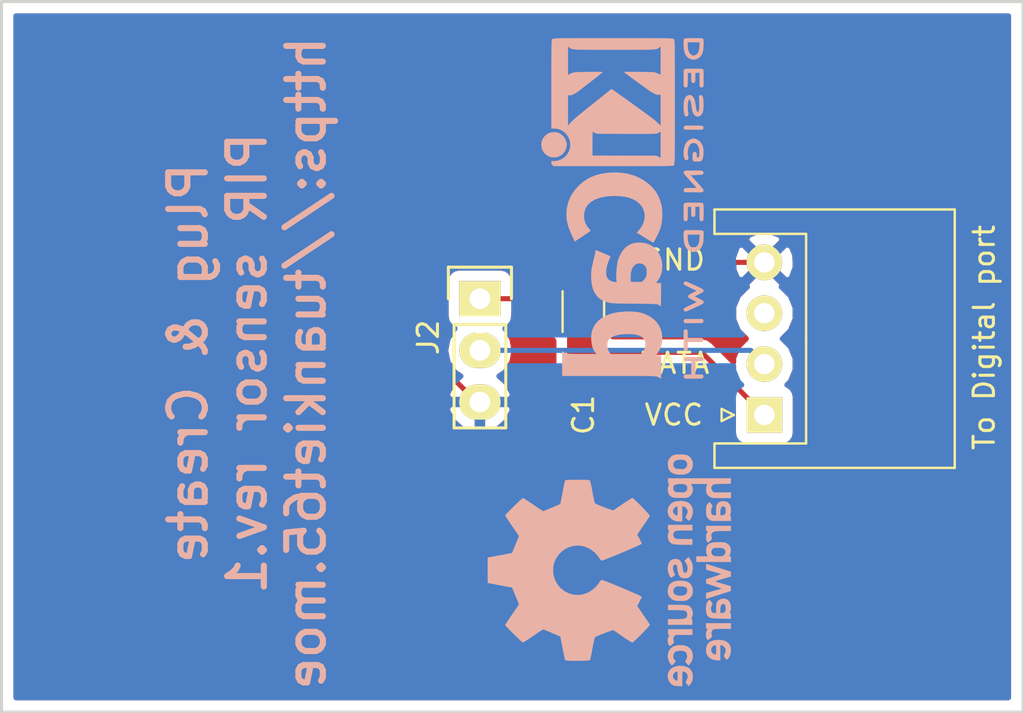
<source format=kicad_pcb>
(kicad_pcb (version 4) (host pcbnew 4.0.7)

  (general
    (links 5)
    (no_connects 0)
    (area 137.084999 57.653809 187.400001 100.81)
    (thickness 1.6)
    (drawings 9)
    (tracks 16)
    (zones 0)
    (modules 5)
    (nets 4)
  )

  (page A4)
  (layers
    (0 F.Cu signal)
    (31 B.Cu signal)
    (32 B.Adhes user)
    (33 F.Adhes user)
    (34 B.Paste user)
    (35 F.Paste user)
    (36 B.SilkS user)
    (37 F.SilkS user)
    (38 B.Mask user)
    (39 F.Mask user)
    (40 Dwgs.User user)
    (41 Cmts.User user)
    (42 Eco1.User user)
    (43 Eco2.User user)
    (44 Edge.Cuts user)
    (45 Margin user)
    (46 B.CrtYd user)
    (47 F.CrtYd user)
    (48 B.Fab user hide)
    (49 F.Fab user hide)
  )

  (setup
    (last_trace_width 0.25)
    (trace_clearance 0.2)
    (zone_clearance 0.508)
    (zone_45_only no)
    (trace_min 0.2)
    (segment_width 0.2)
    (edge_width 0.15)
    (via_size 0.6)
    (via_drill 0.4)
    (via_min_size 0.4)
    (via_min_drill 0.3)
    (uvia_size 0.3)
    (uvia_drill 0.1)
    (uvias_allowed no)
    (uvia_min_size 0.2)
    (uvia_min_drill 0.1)
    (pcb_text_width 0.3)
    (pcb_text_size 1.5 1.5)
    (mod_edge_width 0.15)
    (mod_text_size 1 1)
    (mod_text_width 0.15)
    (pad_size 1.524 1.524)
    (pad_drill 0.762)
    (pad_to_mask_clearance 0.2)
    (aux_axis_origin 137.16 93.345)
    (visible_elements FFFFFF7F)
    (pcbplotparams
      (layerselection 0x010fc_80000001)
      (usegerberextensions true)
      (excludeedgelayer true)
      (linewidth 0.150000)
      (plotframeref false)
      (viasonmask false)
      (mode 1)
      (useauxorigin true)
      (hpglpennumber 1)
      (hpglpenspeed 20)
      (hpglpendiameter 15)
      (hpglpenoverlay 2)
      (psnegative false)
      (psa4output false)
      (plotreference true)
      (plotvalue false)
      (plotinvisibletext false)
      (padsonsilk false)
      (subtractmaskfromsilk true)
      (outputformat 1)
      (mirror false)
      (drillshape 0)
      (scaleselection 1)
      (outputdirectory ../gerber/order_201803/pir_sensor))
  )

  (net 0 "")
  (net 1 +5V)
  (net 2 GND)
  (net 3 /DATA)

  (net_class Default "This is the default net class."
    (clearance 0.2)
    (trace_width 0.25)
    (via_dia 0.6)
    (via_drill 0.4)
    (uvia_dia 0.3)
    (uvia_drill 0.1)
    (add_net +5V)
    (add_net /DATA)
    (add_net GND)
  )

  (module Connectors_JST:JST_XH_S04B-XH-A_04x2.50mm_Angled (layer F.Cu) (tedit 5A8ED548) (tstamp 5A871164)
    (at 174.625 78.74 90)
    (descr "JST XH series connector, S04B-XH-A, side entry type, through hole")
    (tags "connector jst xh tht side horizontal angled 2.50mm")
    (path /5A870F28)
    (fp_text reference J1 (at 3.75 -3.5 90) (layer F.SilkS) hide
      (effects (font (size 1 1) (thickness 0.15)))
    )
    (fp_text value Conn_01x04 (at 3.75 10.3 90) (layer F.Fab)
      (effects (font (size 1 1) (thickness 0.15)))
    )
    (fp_line (start -2.45 -2.3) (end -2.45 9.2) (layer F.Fab) (width 0.1))
    (fp_line (start -2.45 9.2) (end 9.95 9.2) (layer F.Fab) (width 0.1))
    (fp_line (start 9.95 9.2) (end 9.95 -2.3) (layer F.Fab) (width 0.1))
    (fp_line (start 9.95 -2.3) (end -2.45 -2.3) (layer F.Fab) (width 0.1))
    (fp_line (start -2.95 -2.8) (end -2.95 9.7) (layer F.CrtYd) (width 0.05))
    (fp_line (start -2.95 9.7) (end 10.45 9.7) (layer F.CrtYd) (width 0.05))
    (fp_line (start 10.45 9.7) (end 10.45 -2.8) (layer F.CrtYd) (width 0.05))
    (fp_line (start 10.45 -2.8) (end -2.95 -2.8) (layer F.CrtYd) (width 0.05))
    (fp_line (start 3.75 9.35) (end -2.6 9.35) (layer F.SilkS) (width 0.12))
    (fp_line (start -2.6 9.35) (end -2.6 -2.45) (layer F.SilkS) (width 0.12))
    (fp_line (start -2.6 -2.45) (end -1.4 -2.45) (layer F.SilkS) (width 0.12))
    (fp_line (start -1.4 -2.45) (end -1.4 2.05) (layer F.SilkS) (width 0.12))
    (fp_line (start -1.4 2.05) (end 3.75 2.05) (layer F.SilkS) (width 0.12))
    (fp_line (start 3.75 9.35) (end 10.1 9.35) (layer F.SilkS) (width 0.12))
    (fp_line (start 10.1 9.35) (end 10.1 -2.45) (layer F.SilkS) (width 0.12))
    (fp_line (start 10.1 -2.45) (end 8.9 -2.45) (layer F.SilkS) (width 0.12))
    (fp_line (start 8.9 -2.45) (end 8.9 2.05) (layer F.SilkS) (width 0.12))
    (fp_line (start 8.9 2.05) (end 3.75 2.05) (layer F.SilkS) (width 0.12))
    (fp_line (start -0.25 3.45) (end -0.25 8.7) (layer F.Fab) (width 0.1))
    (fp_line (start -0.25 8.7) (end 0.25 8.7) (layer F.Fab) (width 0.1))
    (fp_line (start 0.25 8.7) (end 0.25 3.45) (layer F.Fab) (width 0.1))
    (fp_line (start 0.25 3.45) (end -0.25 3.45) (layer F.Fab) (width 0.1))
    (fp_line (start 2.25 3.45) (end 2.25 8.7) (layer F.Fab) (width 0.1))
    (fp_line (start 2.25 8.7) (end 2.75 8.7) (layer F.Fab) (width 0.1))
    (fp_line (start 2.75 8.7) (end 2.75 3.45) (layer F.Fab) (width 0.1))
    (fp_line (start 2.75 3.45) (end 2.25 3.45) (layer F.Fab) (width 0.1))
    (fp_line (start 4.75 3.45) (end 4.75 8.7) (layer F.Fab) (width 0.1))
    (fp_line (start 4.75 8.7) (end 5.25 8.7) (layer F.Fab) (width 0.1))
    (fp_line (start 5.25 8.7) (end 5.25 3.45) (layer F.Fab) (width 0.1))
    (fp_line (start 5.25 3.45) (end 4.75 3.45) (layer F.Fab) (width 0.1))
    (fp_line (start 7.25 3.45) (end 7.25 8.7) (layer F.Fab) (width 0.1))
    (fp_line (start 7.25 8.7) (end 7.75 8.7) (layer F.Fab) (width 0.1))
    (fp_line (start 7.75 8.7) (end 7.75 3.45) (layer F.Fab) (width 0.1))
    (fp_line (start 7.75 3.45) (end 7.25 3.45) (layer F.Fab) (width 0.1))
    (fp_line (start 0 -1.5) (end -0.3 -2.1) (layer F.SilkS) (width 0.12))
    (fp_line (start -0.3 -2.1) (end 0.3 -2.1) (layer F.SilkS) (width 0.12))
    (fp_line (start 0.3 -2.1) (end 0 -1.5) (layer F.SilkS) (width 0.12))
    (fp_line (start 0 -1.5) (end -0.3 -2.1) (layer F.Fab) (width 0.1))
    (fp_line (start -0.3 -2.1) (end 0.3 -2.1) (layer F.Fab) (width 0.1))
    (fp_line (start 0.3 -2.1) (end 0 -1.5) (layer F.Fab) (width 0.1))
    (fp_text user %R (at 3.75 2.25 90) (layer F.Fab)
      (effects (font (size 1 1) (thickness 0.15)))
    )
    (pad 1 thru_hole rect (at 0 0 90) (size 1.75 1.75) (drill 1) (layers *.Cu *.Mask F.SilkS)
      (net 1 +5V))
    (pad 2 thru_hole circle (at 2.5 0 90) (size 1.75 1.75) (drill 1) (layers *.Cu *.Mask F.SilkS)
      (net 3 /DATA))
    (pad 3 thru_hole circle (at 5 0 90) (size 1.75 1.75) (drill 1) (layers *.Cu *.Mask F.SilkS))
    (pad 4 thru_hole circle (at 7.5 0 90) (size 1.75 1.75) (drill 1) (layers *.Cu *.Mask F.SilkS)
      (net 2 GND))
    (model Connectors_JST.3dshapes/JST_XH_S04B-XH-A_04x2.50mm_Angled.wrl
      (at (xyz 0 0 0))
      (scale (xyz 1 1 1))
      (rotate (xyz 0 0 0))
    )
  )

  (module Sensors:PIR_Motion_Sensor (layer F.Cu) (tedit 567F0B31) (tstamp 5A871186)
    (at 160.655 75.565 270)
    (descr "Pyroelectric Infrared Motion Sensor")
    (tags "pyroelectric infrared motion sensor ir pir")
    (path /5A870F90)
    (fp_text reference J2 (at -0.635 2.54 270) (layer F.SilkS)
      (effects (font (size 1 1) (thickness 0.15)))
    )
    (fp_text value PIR (at 0 -15.1 270) (layer F.Fab)
      (effects (font (size 1 1) (thickness 0.15)))
    )
    (fp_arc (start 0 9.3) (end 12 9.3) (angle 180) (layer F.CrtYd) (width 0.15))
    (fp_line (start 12 9.3) (end 12 6) (layer F.CrtYd) (width 0.15))
    (fp_line (start -12 9.3) (end 12 9.3) (layer F.CrtYd) (width 0.15))
    (fp_line (start -12 6) (end -12 9.3) (layer F.CrtYd) (width 0.15))
    (fp_line (start 2.7 -5.8) (end 2.7 4.4) (layer F.CrtYd) (width 0.15))
    (fp_line (start 11.6 -5.8) (end 2.7 -5.8) (layer F.CrtYd) (width 0.15))
    (fp_line (start 11.6 4.4) (end 11.6 -5.8) (layer F.CrtYd) (width 0.15))
    (fp_line (start 13.7 -5.8) (end 13.7 4.4) (layer F.CrtYd) (width 0.15))
    (fp_line (start 16.5 -5.8) (end 13.7 -5.8) (layer F.CrtYd) (width 0.15))
    (fp_line (start 16.5 4.4) (end 16.5 -5.8) (layer F.CrtYd) (width 0.15))
    (fp_line (start -6.6 -5.8) (end -6.6 4.4) (layer F.CrtYd) (width 0.15))
    (fp_line (start -9.9 -5.8) (end -6.6 -5.8) (layer F.CrtYd) (width 0.15))
    (fp_line (start -9.9 4.4) (end -9.9 -5.8) (layer F.CrtYd) (width 0.15))
    (fp_line (start -13.7 -5.8) (end -13.7 4.4) (layer F.CrtYd) (width 0.15))
    (fp_line (start -16 -5.8) (end -13.7 -5.8) (layer F.CrtYd) (width 0.15))
    (fp_line (start -16 4.4) (end -16 -5.8) (layer F.CrtYd) (width 0.15))
    (fp_line (start -16.0518 5.9928) (end -16.0518 4.3928) (layer F.CrtYd) (width 0.15))
    (fp_line (start 16.5482 5.9928) (end -16.0518 5.9928) (layer F.CrtYd) (width 0.15))
    (fp_line (start 16.5482 4.3928) (end 16.5482 5.9928) (layer F.CrtYd) (width 0.15))
    (fp_line (start -16.0518 4.3928) (end 16.5482 4.3928) (layer F.CrtYd) (width 0.15))
    (fp_line (start -1.27 1.27) (end 3.81 1.27) (layer F.SilkS) (width 0.15))
    (fp_line (start 3.81 1.27) (end 3.81 -1.27) (layer F.SilkS) (width 0.15))
    (fp_line (start 3.81 -1.27) (end -1.27 -1.27) (layer F.SilkS) (width 0.15))
    (fp_line (start -4.09 -1.55) (end -2.54 -1.55) (layer F.SilkS) (width 0.15))
    (fp_line (start -1.27 -1.27) (end -1.27 1.27) (layer F.SilkS) (width 0.15))
    (fp_line (start -2.54 1.55) (end -4.09 1.55) (layer F.SilkS) (width 0.15))
    (fp_line (start -4.09 1.55) (end -4.09 -1.55) (layer F.SilkS) (width 0.15))
    (pad 1 thru_hole rect (at -2.54 0) (size 2.032 1.7272) (drill 1.016) (layers *.Cu *.Mask F.SilkS)
      (net 1 +5V))
    (pad 2 thru_hole oval (at 0 0) (size 2.032 1.7272) (drill 1.016) (layers *.Cu *.Mask F.SilkS)
      (net 3 /DATA))
    (pad 3 thru_hole oval (at 2.54 0) (size 2.032 1.7272) (drill 1.016) (layers *.Cu *.Mask F.SilkS)
      (net 2 GND))
    (model Pin_Headers.3dshapes/Pin_Header_Straight_1x03.wrl
      (at (xyz 0 -0.1 0))
      (scale (xyz 1 1 1))
      (rotate (xyz 0 0 90))
    )
  )

  (module Capacitors_SMD:C_1206_HandSoldering (layer F.Cu) (tedit 58AA84D1) (tstamp 5A8ECC74)
    (at 165.735 73.66 90)
    (descr "Capacitor SMD 1206, hand soldering")
    (tags "capacitor 1206")
    (path /5A8F21D5)
    (attr smd)
    (fp_text reference C1 (at -5.08 0 90) (layer F.SilkS)
      (effects (font (size 1 1) (thickness 0.15)))
    )
    (fp_text value 100n (at 0 0 90) (layer F.Fab)
      (effects (font (size 1 1) (thickness 0.15)))
    )
    (fp_text user %R (at 0 -1.75 90) (layer F.Fab)
      (effects (font (size 1 1) (thickness 0.15)))
    )
    (fp_line (start -1.6 0.8) (end -1.6 -0.8) (layer F.Fab) (width 0.1))
    (fp_line (start 1.6 0.8) (end -1.6 0.8) (layer F.Fab) (width 0.1))
    (fp_line (start 1.6 -0.8) (end 1.6 0.8) (layer F.Fab) (width 0.1))
    (fp_line (start -1.6 -0.8) (end 1.6 -0.8) (layer F.Fab) (width 0.1))
    (fp_line (start 1 -1.02) (end -1 -1.02) (layer F.SilkS) (width 0.12))
    (fp_line (start -1 1.02) (end 1 1.02) (layer F.SilkS) (width 0.12))
    (fp_line (start -3.25 -1.05) (end 3.25 -1.05) (layer F.CrtYd) (width 0.05))
    (fp_line (start -3.25 -1.05) (end -3.25 1.05) (layer F.CrtYd) (width 0.05))
    (fp_line (start 3.25 1.05) (end 3.25 -1.05) (layer F.CrtYd) (width 0.05))
    (fp_line (start 3.25 1.05) (end -3.25 1.05) (layer F.CrtYd) (width 0.05))
    (pad 1 smd rect (at -2 0 90) (size 2 1.6) (layers F.Cu F.Paste F.Mask)
      (net 1 +5V))
    (pad 2 smd rect (at 2 0 90) (size 2 1.6) (layers F.Cu F.Paste F.Mask)
      (net 2 GND))
    (model Capacitors_SMD.3dshapes/C_1206.wrl
      (at (xyz 0 0 0))
      (scale (xyz 1 1 1))
      (rotate (xyz 0 0 0))
    )
  )

  (module Symbols:OSHW-Logo_11.4x12mm_SilkScreen (layer B.Cu) (tedit 0) (tstamp 5A8ED755)
    (at 167.005 86.36 270)
    (descr "Open Source Hardware Logo")
    (tags "Logo OSHW")
    (attr virtual)
    (fp_text reference REF*** (at 0 0 270) (layer B.SilkS) hide
      (effects (font (size 1 1) (thickness 0.15)) (justify mirror))
    )
    (fp_text value OSHW-Logo_11.4x12mm_SilkScreen (at 0.75 0 270) (layer B.Fab) hide
      (effects (font (size 1 1) (thickness 0.15)) (justify mirror))
    )
    (fp_poly (pts (xy -3.780091 -2.90956) (xy -3.727588 -2.935499) (xy -3.662842 -2.9807) (xy -3.615653 -3.029991)
      (xy -3.583335 -3.091885) (xy -3.563203 -3.174896) (xy -3.55257 -3.287538) (xy -3.548753 -3.438324)
      (xy -3.54853 -3.503149) (xy -3.549182 -3.645221) (xy -3.551888 -3.746757) (xy -3.557776 -3.817015)
      (xy -3.567973 -3.865256) (xy -3.583606 -3.900738) (xy -3.599872 -3.924943) (xy -3.703705 -4.027929)
      (xy -3.825979 -4.089874) (xy -3.957886 -4.108506) (xy -4.090616 -4.081549) (xy -4.132667 -4.062486)
      (xy -4.233334 -4.010015) (xy -4.233334 -4.832259) (xy -4.159865 -4.794267) (xy -4.063059 -4.764872)
      (xy -3.944072 -4.757342) (xy -3.825255 -4.771245) (xy -3.735527 -4.802476) (xy -3.661101 -4.861954)
      (xy -3.59751 -4.947066) (xy -3.592729 -4.955805) (xy -3.572563 -4.996966) (xy -3.557835 -5.038454)
      (xy -3.547697 -5.088713) (xy -3.541301 -5.156184) (xy -3.537799 -5.249309) (xy -3.536342 -5.376531)
      (xy -3.536079 -5.519701) (xy -3.536079 -5.976471) (xy -3.81 -5.976471) (xy -3.81 -5.134231)
      (xy -3.886617 -5.069763) (xy -3.966207 -5.018194) (xy -4.041578 -5.008818) (xy -4.117367 -5.032947)
      (xy -4.157759 -5.056574) (xy -4.187821 -5.090227) (xy -4.209203 -5.141087) (xy -4.22355 -5.216334)
      (xy -4.23251 -5.323146) (xy -4.23773 -5.468704) (xy -4.239569 -5.565588) (xy -4.245785 -5.96402)
      (xy -4.37652 -5.971547) (xy -4.507255 -5.979073) (xy -4.507255 -3.506582) (xy -4.233334 -3.506582)
      (xy -4.22635 -3.644423) (xy -4.202818 -3.740107) (xy -4.158865 -3.799641) (xy -4.090618 -3.829029)
      (xy -4.021667 -3.834902) (xy -3.943614 -3.828154) (xy -3.891811 -3.801594) (xy -3.859417 -3.766499)
      (xy -3.833916 -3.728752) (xy -3.818735 -3.6867) (xy -3.811981 -3.627779) (xy -3.811759 -3.539428)
      (xy -3.814032 -3.465448) (xy -3.819251 -3.354) (xy -3.827021 -3.280833) (xy -3.840105 -3.234422)
      (xy -3.861268 -3.203244) (xy -3.88124 -3.185223) (xy -3.964686 -3.145925) (xy -4.063449 -3.139579)
      (xy -4.120159 -3.153116) (xy -4.176308 -3.201233) (xy -4.213501 -3.294833) (xy -4.231528 -3.433254)
      (xy -4.233334 -3.506582) (xy -4.507255 -3.506582) (xy -4.507255 -2.888628) (xy -4.370295 -2.888628)
      (xy -4.288065 -2.891879) (xy -4.24564 -2.903426) (xy -4.233339 -2.925952) (xy -4.233334 -2.92662)
      (xy -4.227626 -2.948681) (xy -4.202453 -2.946176) (xy -4.152402 -2.921935) (xy -4.035781 -2.884851)
      (xy -3.904571 -2.880953) (xy -3.780091 -2.90956)) (layer B.SilkS) (width 0.01))
    (fp_poly (pts (xy -2.74128 -4.765922) (xy -2.62413 -4.79718) (xy -2.534949 -4.853837) (xy -2.472016 -4.928045)
      (xy -2.452452 -4.959716) (xy -2.438008 -4.992891) (xy -2.427911 -5.035329) (xy -2.421385 -5.094788)
      (xy -2.417658 -5.179029) (xy -2.415954 -5.29581) (xy -2.4155 -5.45289) (xy -2.415491 -5.494565)
      (xy -2.415491 -5.976471) (xy -2.53502 -5.976471) (xy -2.611261 -5.971131) (xy -2.667634 -5.957604)
      (xy -2.681758 -5.949262) (xy -2.72037 -5.934864) (xy -2.759808 -5.949262) (xy -2.824738 -5.967237)
      (xy -2.919055 -5.974472) (xy -3.023593 -5.971333) (xy -3.119189 -5.958186) (xy -3.175 -5.941318)
      (xy -3.283002 -5.871986) (xy -3.350497 -5.775772) (xy -3.380841 -5.647844) (xy -3.381123 -5.644559)
      (xy -3.37846 -5.587808) (xy -3.137647 -5.587808) (xy -3.116595 -5.652358) (xy -3.082303 -5.688686)
      (xy -3.013468 -5.716162) (xy -2.92261 -5.727129) (xy -2.829958 -5.721731) (xy -2.755744 -5.70011)
      (xy -2.734951 -5.686239) (xy -2.698619 -5.622143) (xy -2.689412 -5.549278) (xy -2.689412 -5.45353)
      (xy -2.827173 -5.45353) (xy -2.958047 -5.463605) (xy -3.057259 -5.492148) (xy -3.118977 -5.536639)
      (xy -3.137647 -5.587808) (xy -3.37846 -5.587808) (xy -3.374564 -5.50479) (xy -3.328466 -5.394282)
      (xy -3.2418 -5.310712) (xy -3.229821 -5.30311) (xy -3.178345 -5.278357) (xy -3.114632 -5.263368)
      (xy -3.025565 -5.256082) (xy -2.919755 -5.254407) (xy -2.689412 -5.254314) (xy -2.689412 -5.157755)
      (xy -2.699183 -5.082836) (xy -2.724116 -5.032644) (xy -2.727035 -5.029972) (xy -2.782519 -5.008015)
      (xy -2.866273 -4.999505) (xy -2.958833 -5.003687) (xy -3.04073 -5.019809) (xy -3.089327 -5.04399)
      (xy -3.115659 -5.063359) (xy -3.143465 -5.067057) (xy -3.181839 -5.051188) (xy -3.239875 -5.011855)
      (xy -3.326669 -4.945164) (xy -3.334635 -4.938916) (xy -3.330553 -4.9158) (xy -3.296499 -4.877352)
      (xy -3.24474 -4.834627) (xy -3.187545 -4.798679) (xy -3.169575 -4.790191) (xy -3.104028 -4.773252)
      (xy -3.00798 -4.76117) (xy -2.900671 -4.756323) (xy -2.895653 -4.756313) (xy -2.74128 -4.765922)) (layer B.SilkS) (width 0.01))
    (fp_poly (pts (xy -1.967236 -4.758921) (xy -1.92997 -4.770091) (xy -1.917957 -4.794633) (xy -1.917451 -4.805712)
      (xy -1.915296 -4.836572) (xy -1.900449 -4.841417) (xy -1.860343 -4.82026) (xy -1.83652 -4.805806)
      (xy -1.761362 -4.77485) (xy -1.671594 -4.759544) (xy -1.577471 -4.758367) (xy -1.489246 -4.769799)
      (xy -1.417174 -4.79232) (xy -1.371508 -4.824409) (xy -1.362502 -4.864545) (xy -1.367047 -4.875415)
      (xy -1.400179 -4.920534) (xy -1.451555 -4.976026) (xy -1.460848 -4.984996) (xy -1.509818 -5.026245)
      (xy -1.552069 -5.039572) (xy -1.611159 -5.030271) (xy -1.634831 -5.02409) (xy -1.708496 -5.009246)
      (xy -1.76029 -5.015921) (xy -1.804031 -5.039465) (xy -1.844098 -5.071061) (xy -1.873608 -5.110798)
      (xy -1.894116 -5.166252) (xy -1.907176 -5.245003) (xy -1.914344 -5.354629) (xy -1.917176 -5.502706)
      (xy -1.917451 -5.592111) (xy -1.917451 -5.976471) (xy -2.166471 -5.976471) (xy -2.166471 -4.756275)
      (xy -2.041961 -4.756275) (xy -1.967236 -4.758921)) (layer B.SilkS) (width 0.01))
    (fp_poly (pts (xy -0.398432 -5.976471) (xy -0.535393 -5.976471) (xy -0.614889 -5.97414) (xy -0.656292 -5.964488)
      (xy -0.671199 -5.943525) (xy -0.672353 -5.929351) (xy -0.674867 -5.900927) (xy -0.69072 -5.895475)
      (xy -0.732379 -5.912998) (xy -0.764776 -5.929351) (xy -0.889151 -5.968103) (xy -1.024354 -5.970346)
      (xy -1.134274 -5.941444) (xy -1.236634 -5.871619) (xy -1.31466 -5.768555) (xy -1.357386 -5.646989)
      (xy -1.358474 -5.640192) (xy -1.364822 -5.566032) (xy -1.367979 -5.45957) (xy -1.367725 -5.379052)
      (xy -1.095711 -5.379052) (xy -1.08941 -5.48607) (xy -1.075075 -5.574278) (xy -1.055669 -5.62409)
      (xy -0.982254 -5.692162) (xy -0.895086 -5.716564) (xy -0.805196 -5.696831) (xy -0.728383 -5.637968)
      (xy -0.699292 -5.598379) (xy -0.682283 -5.551138) (xy -0.674316 -5.482181) (xy -0.672353 -5.378607)
      (xy -0.675866 -5.276039) (xy -0.685143 -5.185921) (xy -0.698294 -5.125613) (xy -0.700486 -5.120208)
      (xy -0.753522 -5.05594) (xy -0.830933 -5.020656) (xy -0.917546 -5.014959) (xy -0.998193 -5.039453)
      (xy -1.057703 -5.094742) (xy -1.063876 -5.105743) (xy -1.083199 -5.172827) (xy -1.093726 -5.269284)
      (xy -1.095711 -5.379052) (xy -1.367725 -5.379052) (xy -1.367596 -5.338225) (xy -1.365806 -5.272918)
      (xy -1.353627 -5.111355) (xy -1.328315 -4.990053) (xy -1.286207 -4.900379) (xy -1.223641 -4.833699)
      (xy -1.1629 -4.794557) (xy -1.078036 -4.76704) (xy -0.972485 -4.757603) (xy -0.864402 -4.76529)
      (xy -0.771942 -4.789146) (xy -0.72309 -4.817685) (xy -0.672353 -4.863601) (xy -0.672353 -4.283137)
      (xy -0.398432 -4.283137) (xy -0.398432 -5.976471)) (layer B.SilkS) (width 0.01))
    (fp_poly (pts (xy 0.557528 -4.761332) (xy 0.656014 -4.768726) (xy 0.784776 -5.154706) (xy 0.913537 -5.540686)
      (xy 0.953911 -5.403726) (xy 0.978207 -5.319083) (xy 1.010167 -5.204697) (xy 1.044679 -5.078963)
      (xy 1.062928 -5.01152) (xy 1.131571 -4.756275) (xy 1.414773 -4.756275) (xy 1.330122 -5.023971)
      (xy 1.288435 -5.155638) (xy 1.238074 -5.314458) (xy 1.185481 -5.480128) (xy 1.13853 -5.627843)
      (xy 1.031589 -5.96402) (xy 0.800661 -5.979044) (xy 0.73805 -5.772316) (xy 0.699438 -5.643896)
      (xy 0.6573 -5.502322) (xy 0.620472 -5.377285) (xy 0.619018 -5.372309) (xy 0.591511 -5.287586)
      (xy 0.567242 -5.229778) (xy 0.550243 -5.207918) (xy 0.54675 -5.210446) (xy 0.53449 -5.244336)
      (xy 0.511195 -5.31693) (xy 0.4797 -5.419101) (xy 0.442842 -5.54172) (xy 0.422899 -5.609167)
      (xy 0.314895 -5.976471) (xy 0.085679 -5.976471) (xy -0.097561 -5.3975) (xy -0.149037 -5.235091)
      (xy -0.19593 -5.087602) (xy -0.236023 -4.96196) (xy -0.267103 -4.865095) (xy -0.286955 -4.803934)
      (xy -0.292989 -4.786065) (xy -0.288212 -4.767768) (xy -0.250703 -4.759755) (xy -0.172645 -4.760557)
      (xy -0.160426 -4.761163) (xy -0.015674 -4.768726) (xy 0.07913 -5.117353) (xy 0.113977 -5.244497)
      (xy 0.145117 -5.356265) (xy 0.169809 -5.442953) (xy 0.185312 -5.494856) (xy 0.188176 -5.503318)
      (xy 0.200046 -5.493587) (xy 0.223983 -5.443172) (xy 0.257239 -5.358935) (xy 0.297064 -5.247741)
      (xy 0.33073 -5.147297) (xy 0.459041 -4.753939) (xy 0.557528 -4.761332)) (layer B.SilkS) (width 0.01))
    (fp_poly (pts (xy 2.056459 -4.763669) (xy 2.16142 -4.789163) (xy 2.191761 -4.802669) (xy 2.250573 -4.838046)
      (xy 2.295709 -4.87789) (xy 2.329106 -4.92912) (xy 2.352701 -4.998654) (xy 2.368433 -5.093409)
      (xy 2.378239 -5.220305) (xy 2.384057 -5.386258) (xy 2.386266 -5.497108) (xy 2.394396 -5.976471)
      (xy 2.255531 -5.976471) (xy 2.171287 -5.972938) (xy 2.127884 -5.960866) (xy 2.116666 -5.940594)
      (xy 2.110744 -5.918674) (xy 2.084266 -5.922865) (xy 2.048186 -5.940441) (xy 1.957862 -5.967382)
      (xy 1.841777 -5.974642) (xy 1.71968 -5.962767) (xy 1.611321 -5.932305) (xy 1.601602 -5.928077)
      (xy 1.502568 -5.858505) (xy 1.437281 -5.761789) (xy 1.40724 -5.648738) (xy 1.409535 -5.608122)
      (xy 1.654633 -5.608122) (xy 1.676229 -5.662782) (xy 1.740259 -5.701952) (xy 1.843565 -5.722974)
      (xy 1.898774 -5.725766) (xy 1.990782 -5.71862) (xy 2.051941 -5.690848) (xy 2.066862 -5.677647)
      (xy 2.107287 -5.605829) (xy 2.116666 -5.540686) (xy 2.116666 -5.45353) (xy 1.995269 -5.45353)
      (xy 1.854153 -5.460722) (xy 1.755173 -5.483345) (xy 1.692633 -5.522964) (xy 1.678631 -5.540628)
      (xy 1.654633 -5.608122) (xy 1.409535 -5.608122) (xy 1.413941 -5.530157) (xy 1.45888 -5.416855)
      (xy 1.520196 -5.340285) (xy 1.557332 -5.307181) (xy 1.593687 -5.285425) (xy 1.64099 -5.272161)
      (xy 1.710973 -5.264528) (xy 1.815364 -5.25967) (xy 1.85677 -5.258273) (xy 2.116666 -5.24978)
      (xy 2.116285 -5.171116) (xy 2.106219 -5.088428) (xy 2.069829 -5.038431) (xy 1.996311 -5.006489)
      (xy 1.994339 -5.00592) (xy 1.890105 -4.993361) (xy 1.788108 -5.009766) (xy 1.712305 -5.049657)
      (xy 1.68189 -5.069354) (xy 1.649132 -5.066629) (xy 1.598721 -5.038091) (xy 1.569119 -5.01795)
      (xy 1.511218 -4.974919) (xy 1.475352 -4.942662) (xy 1.469597 -4.933427) (xy 1.493295 -4.885636)
      (xy 1.563313 -4.828562) (xy 1.593725 -4.809305) (xy 1.681155 -4.77614) (xy 1.798983 -4.75735)
      (xy 1.929866 -4.753129) (xy 2.056459 -4.763669)) (layer B.SilkS) (width 0.01))
    (fp_poly (pts (xy 3.238446 -4.755883) (xy 3.334177 -4.774755) (xy 3.388677 -4.802699) (xy 3.446008 -4.849123)
      (xy 3.364441 -4.952111) (xy 3.31415 -5.014479) (xy 3.280001 -5.044907) (xy 3.246063 -5.049555)
      (xy 3.196406 -5.034586) (xy 3.173096 -5.026117) (xy 3.078063 -5.013622) (xy 2.991032 -5.040406)
      (xy 2.927138 -5.100915) (xy 2.916759 -5.120208) (xy 2.905456 -5.171314) (xy 2.896732 -5.2655)
      (xy 2.890997 -5.396089) (xy 2.88866 -5.556405) (xy 2.888627 -5.579211) (xy 2.888627 -5.976471)
      (xy 2.614705 -5.976471) (xy 2.614705 -4.756275) (xy 2.751666 -4.756275) (xy 2.830638 -4.758337)
      (xy 2.871779 -4.767513) (xy 2.886992 -4.78829) (xy 2.888627 -4.807886) (xy 2.888627 -4.859497)
      (xy 2.95424 -4.807886) (xy 3.029475 -4.772675) (xy 3.130544 -4.755265) (xy 3.238446 -4.755883)) (layer B.SilkS) (width 0.01))
    (fp_poly (pts (xy 4.025307 -4.762784) (xy 4.144337 -4.793731) (xy 4.244021 -4.8576) (xy 4.292288 -4.905313)
      (xy 4.371408 -5.018106) (xy 4.416752 -5.14895) (xy 4.43233 -5.309792) (xy 4.43241 -5.322794)
      (xy 4.432549 -5.45353) (xy 3.680091 -5.45353) (xy 3.69613 -5.52201) (xy 3.725091 -5.584031)
      (xy 3.775778 -5.648654) (xy 3.786379 -5.658971) (xy 3.877494 -5.714805) (xy 3.9814 -5.724275)
      (xy 4.101 -5.68754) (xy 4.121274 -5.677647) (xy 4.183456 -5.647574) (xy 4.225106 -5.63044)
      (xy 4.232373 -5.628855) (xy 4.25774 -5.644242) (xy 4.30612 -5.681887) (xy 4.330679 -5.702459)
      (xy 4.38157 -5.749714) (xy 4.398281 -5.780917) (xy 4.386683 -5.80962) (xy 4.380483 -5.817468)
      (xy 4.338493 -5.851819) (xy 4.269206 -5.893565) (xy 4.220882 -5.917935) (xy 4.083711 -5.960873)
      (xy 3.931847 -5.974786) (xy 3.788024 -5.9583) (xy 3.747745 -5.946496) (xy 3.623078 -5.879689)
      (xy 3.530671 -5.776892) (xy 3.46999 -5.637105) (xy 3.440498 -5.45933) (xy 3.43726 -5.366373)
      (xy 3.446714 -5.231033) (xy 3.68549 -5.231033) (xy 3.708584 -5.241038) (xy 3.770662 -5.248888)
      (xy 3.860914 -5.253521) (xy 3.922058 -5.254314) (xy 4.03204 -5.253549) (xy 4.101457 -5.24997)
      (xy 4.139538 -5.241649) (xy 4.155515 -5.226657) (xy 4.158627 -5.204903) (xy 4.137278 -5.137892)
      (xy 4.083529 -5.071664) (xy 4.012822 -5.020832) (xy 3.942089 -5.000038) (xy 3.846016 -5.018484)
      (xy 3.762849 -5.071811) (xy 3.705186 -5.148677) (xy 3.68549 -5.231033) (xy 3.446714 -5.231033)
      (xy 3.451028 -5.169291) (xy 3.49352 -5.012271) (xy 3.565635 -4.894069) (xy 3.668273 -4.81344)
      (xy 3.802332 -4.769139) (xy 3.874957 -4.760607) (xy 4.025307 -4.762784)) (layer B.SilkS) (width 0.01))
    (fp_poly (pts (xy -5.026753 -2.901568) (xy -4.896478 -2.959163) (xy -4.797581 -3.055334) (xy -4.729918 -3.190229)
      (xy -4.693345 -3.363996) (xy -4.690724 -3.391126) (xy -4.68867 -3.582408) (xy -4.715301 -3.750073)
      (xy -4.768999 -3.885967) (xy -4.797753 -3.929681) (xy -4.897909 -4.022198) (xy -5.025463 -4.082119)
      (xy -5.168163 -4.106985) (xy -5.31376 -4.094339) (xy -5.424438 -4.055391) (xy -5.519616 -3.989755)
      (xy -5.597406 -3.903699) (xy -5.598751 -3.901685) (xy -5.630343 -3.84857) (xy -5.650873 -3.79516)
      (xy -5.663305 -3.727754) (xy -5.670603 -3.632653) (xy -5.673818 -3.554666) (xy -5.675156 -3.483944)
      (xy -5.426186 -3.483944) (xy -5.423753 -3.554348) (xy -5.41492 -3.648068) (xy -5.399336 -3.708214)
      (xy -5.371234 -3.751006) (xy -5.344914 -3.776002) (xy -5.251608 -3.828338) (xy -5.15398 -3.835333)
      (xy -5.063058 -3.797676) (xy -5.017598 -3.755479) (xy -4.984838 -3.712956) (xy -4.965677 -3.672267)
      (xy -4.957267 -3.619314) (xy -4.956763 -3.539997) (xy -4.959355 -3.46695) (xy -4.964929 -3.362601)
      (xy -4.973766 -3.29492) (xy -4.989693 -3.250774) (xy -5.016538 -3.217031) (xy -5.037811 -3.197746)
      (xy -5.126794 -3.147086) (xy -5.222789 -3.14456) (xy -5.303281 -3.174567) (xy -5.371947 -3.237231)
      (xy -5.412856 -3.340168) (xy -5.426186 -3.483944) (xy -5.675156 -3.483944) (xy -5.676754 -3.399582)
      (xy -5.67174 -3.2836) (xy -5.656717 -3.196367) (xy -5.629624 -3.12753) (xy -5.5884 -3.066737)
      (xy -5.573115 -3.048686) (xy -5.477546 -2.958746) (xy -5.375039 -2.906211) (xy -5.249679 -2.884201)
      (xy -5.18855 -2.882402) (xy -5.026753 -2.901568)) (layer B.SilkS) (width 0.01))
    (fp_poly (pts (xy -2.686796 -2.916354) (xy -2.661981 -2.928037) (xy -2.576094 -2.990951) (xy -2.494879 -3.082769)
      (xy -2.434236 -3.183868) (xy -2.416988 -3.230349) (xy -2.401251 -3.313376) (xy -2.391867 -3.413713)
      (xy -2.390728 -3.455147) (xy -2.390589 -3.585882) (xy -3.143047 -3.585882) (xy -3.127007 -3.654363)
      (xy -3.087637 -3.735355) (xy -3.018806 -3.805351) (xy -2.936919 -3.850441) (xy -2.884737 -3.859804)
      (xy -2.813971 -3.848441) (xy -2.72954 -3.819943) (xy -2.700858 -3.806831) (xy -2.594791 -3.753858)
      (xy -2.504272 -3.822901) (xy -2.452039 -3.869597) (xy -2.424247 -3.90814) (xy -2.42284 -3.919452)
      (xy -2.447668 -3.946868) (xy -2.502083 -3.988532) (xy -2.551472 -4.021037) (xy -2.684748 -4.079468)
      (xy -2.834161 -4.105915) (xy -2.982249 -4.099039) (xy -3.100295 -4.063096) (xy -3.221982 -3.986101)
      (xy -3.30846 -3.884728) (xy -3.362559 -3.75357) (xy -3.387109 -3.587224) (xy -3.389286 -3.511108)
      (xy -3.380573 -3.336685) (xy -3.379503 -3.331611) (xy -3.130173 -3.331611) (xy -3.123306 -3.347968)
      (xy -3.095083 -3.356988) (xy -3.036873 -3.360854) (xy -2.940042 -3.361749) (xy -2.902757 -3.361765)
      (xy -2.789317 -3.360413) (xy -2.717378 -3.355505) (xy -2.678687 -3.34576) (xy -2.664995 -3.329899)
      (xy -2.66451 -3.324805) (xy -2.680137 -3.284326) (xy -2.719247 -3.227621) (xy -2.736061 -3.207766)
      (xy -2.798481 -3.151611) (xy -2.863547 -3.129532) (xy -2.898603 -3.127686) (xy -2.993442 -3.150766)
      (xy -3.072973 -3.212759) (xy -3.123423 -3.302802) (xy -3.124317 -3.305735) (xy -3.130173 -3.331611)
      (xy -3.379503 -3.331611) (xy -3.351601 -3.199343) (xy -3.29941 -3.089461) (xy -3.235579 -3.011461)
      (xy -3.117567 -2.926882) (xy -2.978842 -2.881686) (xy -2.83129 -2.8776) (xy -2.686796 -2.916354)) (layer B.SilkS) (width 0.01))
    (fp_poly (pts (xy 0.027759 -2.884345) (xy 0.122059 -2.902229) (xy 0.21989 -2.939633) (xy 0.230343 -2.944402)
      (xy 0.304531 -2.983412) (xy 0.35591 -3.019664) (xy 0.372517 -3.042887) (xy 0.356702 -3.080761)
      (xy 0.318288 -3.136644) (xy 0.301237 -3.157505) (xy 0.230969 -3.239618) (xy 0.140379 -3.186168)
      (xy 0.054164 -3.150561) (xy -0.045451 -3.131529) (xy -0.140981 -3.130326) (xy -0.214939 -3.14821)
      (xy -0.232688 -3.159373) (xy -0.266488 -3.210553) (xy -0.270596 -3.269509) (xy -0.245304 -3.315567)
      (xy -0.230344 -3.324499) (xy -0.185514 -3.335592) (xy -0.106714 -3.34863) (xy -0.009574 -3.361088)
      (xy 0.008346 -3.363042) (xy 0.164365 -3.39003) (xy 0.277523 -3.435873) (xy 0.352569 -3.504803)
      (xy 0.394253 -3.601054) (xy 0.407238 -3.718617) (xy 0.389299 -3.852254) (xy 0.33105 -3.957195)
      (xy 0.232255 -4.03363) (xy 0.092682 -4.081748) (xy -0.062255 -4.100732) (xy -0.188602 -4.100504)
      (xy -0.291087 -4.083262) (xy -0.361079 -4.059457) (xy -0.449517 -4.017978) (xy -0.531246 -3.969842)
      (xy -0.560295 -3.948655) (xy -0.635 -3.887676) (xy -0.544902 -3.796508) (xy -0.454804 -3.705339)
      (xy -0.352368 -3.773128) (xy -0.249626 -3.824042) (xy -0.139913 -3.850673) (xy -0.034449 -3.853483)
      (xy 0.055546 -3.832935) (xy 0.118854 -3.789493) (xy 0.139296 -3.752838) (xy 0.136229 -3.694053)
      (xy 0.085434 -3.649099) (xy -0.012952 -3.618057) (xy -0.120744 -3.60371) (xy -0.286635 -3.576337)
      (xy -0.409876 -3.524693) (xy -0.492114 -3.447266) (xy -0.534999 -3.342544) (xy -0.54094 -3.218387)
      (xy -0.511594 -3.088702) (xy -0.444691 -2.990677) (xy -0.339629 -2.923866) (xy -0.19581 -2.88782)
      (xy -0.089262 -2.880754) (xy 0.027759 -2.884345)) (layer B.SilkS) (width 0.01))
    (fp_poly (pts (xy 1.209547 -2.903364) (xy 1.335502 -2.971959) (xy 1.434047 -3.080245) (xy 1.480478 -3.168315)
      (xy 1.500412 -3.246101) (xy 1.513328 -3.356993) (xy 1.518863 -3.484738) (xy 1.516654 -3.613084)
      (xy 1.506337 -3.725779) (xy 1.494286 -3.785969) (xy 1.453634 -3.868311) (xy 1.38323 -3.95577)
      (xy 1.298382 -4.032251) (xy 1.214397 -4.081655) (xy 1.212349 -4.082439) (xy 1.108134 -4.104027)
      (xy 0.984627 -4.104562) (xy 0.867261 -4.084908) (xy 0.821942 -4.069155) (xy 0.70522 -4.002966)
      (xy 0.621624 -3.916246) (xy 0.566701 -3.801438) (xy 0.535995 -3.650982) (xy 0.529047 -3.572173)
      (xy 0.529933 -3.473145) (xy 0.796862 -3.473145) (xy 0.805854 -3.617645) (xy 0.831736 -3.72776)
      (xy 0.872868 -3.798116) (xy 0.902172 -3.818235) (xy 0.977251 -3.832265) (xy 1.066494 -3.828111)
      (xy 1.14365 -3.807922) (xy 1.163883 -3.796815) (xy 1.217265 -3.732123) (xy 1.2525 -3.633119)
      (xy 1.267498 -3.512632) (xy 1.260172 -3.383494) (xy 1.243799 -3.305775) (xy 1.19679 -3.215771)
      (xy 1.122582 -3.159509) (xy 1.033209 -3.140057) (xy 0.940707 -3.160481) (xy 0.869653 -3.210437)
      (xy 0.832312 -3.251655) (xy 0.810518 -3.292281) (xy 0.80013 -3.347264) (xy 0.797006 -3.431549)
      (xy 0.796862 -3.473145) (xy 0.529933 -3.473145) (xy 0.53093 -3.361874) (xy 0.56518 -3.189423)
      (xy 0.631802 -3.054814) (xy 0.730799 -2.95804) (xy 0.862175 -2.899094) (xy 0.890385 -2.892259)
      (xy 1.059926 -2.876213) (xy 1.209547 -2.903364)) (layer B.SilkS) (width 0.01))
    (fp_poly (pts (xy 1.967254 -3.276245) (xy 1.969608 -3.458879) (xy 1.978207 -3.5976) (xy 1.99536 -3.698147)
      (xy 2.023374 -3.766254) (xy 2.064557 -3.807659) (xy 2.121217 -3.828097) (xy 2.191372 -3.833318)
      (xy 2.264848 -3.827468) (xy 2.320657 -3.806093) (xy 2.361109 -3.763458) (xy 2.388509 -3.693825)
      (xy 2.405167 -3.59146) (xy 2.413389 -3.450624) (xy 2.41549 -3.276245) (xy 2.41549 -2.888628)
      (xy 2.689411 -2.888628) (xy 2.689411 -4.083922) (xy 2.552451 -4.083922) (xy 2.469884 -4.080576)
      (xy 2.427368 -4.068826) (xy 2.41549 -4.04652) (xy 2.408336 -4.026654) (xy 2.379865 -4.030857)
      (xy 2.322476 -4.058971) (xy 2.190945 -4.102342) (xy 2.051438 -4.09927) (xy 1.917765 -4.052174)
      (xy 1.854108 -4.014971) (xy 1.805553 -3.974691) (xy 1.770081 -3.924291) (xy 1.745674 -3.856729)
      (xy 1.730313 -3.764965) (xy 1.721982 -3.641955) (xy 1.718662 -3.480659) (xy 1.718235 -3.355928)
      (xy 1.718235 -2.888628) (xy 1.967254 -2.888628) (xy 1.967254 -3.276245)) (layer B.SilkS) (width 0.01))
    (fp_poly (pts (xy 4.390976 -2.899056) (xy 4.535256 -2.960348) (xy 4.580699 -2.990185) (xy 4.638779 -3.036036)
      (xy 4.675238 -3.072089) (xy 4.681568 -3.083832) (xy 4.663693 -3.109889) (xy 4.61795 -3.154105)
      (xy 4.581328 -3.184965) (xy 4.481088 -3.26552) (xy 4.401935 -3.198918) (xy 4.340769 -3.155921)
      (xy 4.281129 -3.141079) (xy 4.212872 -3.144704) (xy 4.104482 -3.171652) (xy 4.029872 -3.227587)
      (xy 3.98453 -3.318014) (xy 3.963947 -3.448435) (xy 3.963942 -3.448517) (xy 3.965722 -3.59429)
      (xy 3.993387 -3.701245) (xy 4.048571 -3.774064) (xy 4.086192 -3.798723) (xy 4.186105 -3.829431)
      (xy 4.292822 -3.829449) (xy 4.385669 -3.799655) (xy 4.407647 -3.785098) (xy 4.462765 -3.747914)
      (xy 4.505859 -3.74182) (xy 4.552335 -3.769496) (xy 4.603716 -3.819205) (xy 4.685046 -3.903116)
      (xy 4.594749 -3.977546) (xy 4.455236 -4.061549) (xy 4.297912 -4.102947) (xy 4.133503 -4.09995)
      (xy 4.025531 -4.0725) (xy 3.899331 -4.00462) (xy 3.798401 -3.897831) (xy 3.752548 -3.822451)
      (xy 3.71541 -3.714297) (xy 3.696827 -3.577318) (xy 3.696684 -3.428864) (xy 3.714865 -3.286281)
      (xy 3.751255 -3.166918) (xy 3.756987 -3.15468) (xy 3.841865 -3.034655) (xy 3.956782 -2.947267)
      (xy 4.092659 -2.894329) (xy 4.240417 -2.877654) (xy 4.390976 -2.899056)) (layer B.SilkS) (width 0.01))
    (fp_poly (pts (xy 5.303287 -2.884355) (xy 5.367051 -2.899845) (xy 5.4893 -2.956569) (xy 5.593834 -3.043202)
      (xy 5.66618 -3.147074) (xy 5.676119 -3.170396) (xy 5.689754 -3.231484) (xy 5.699298 -3.321853)
      (xy 5.702549 -3.41319) (xy 5.702549 -3.585882) (xy 5.34147 -3.585882) (xy 5.192546 -3.586445)
      (xy 5.087632 -3.589864) (xy 5.020937 -3.598731) (xy 4.986666 -3.615641) (xy 4.979028 -3.643189)
      (xy 4.992229 -3.683968) (xy 5.015877 -3.731683) (xy 5.081843 -3.811314) (xy 5.173512 -3.850987)
      (xy 5.285555 -3.849695) (xy 5.412472 -3.806514) (xy 5.522158 -3.753224) (xy 5.613173 -3.825191)
      (xy 5.704188 -3.897157) (xy 5.618563 -3.976269) (xy 5.50425 -4.051017) (xy 5.363666 -4.096084)
      (xy 5.212449 -4.108696) (xy 5.066236 -4.086079) (xy 5.042647 -4.078405) (xy 4.914141 -4.011296)
      (xy 4.818551 -3.911247) (xy 4.753861 -3.775271) (xy 4.718057 -3.60038) (xy 4.71764 -3.596632)
      (xy 4.714434 -3.406032) (xy 4.727393 -3.338035) (xy 4.980392 -3.338035) (xy 5.003627 -3.348491)
      (xy 5.06671 -3.3565) (xy 5.159706 -3.361073) (xy 5.218638 -3.361765) (xy 5.328537 -3.361332)
      (xy 5.397252 -3.358578) (xy 5.433405 -3.351321) (xy 5.445615 -3.337376) (xy 5.442504 -3.314562)
      (xy 5.439894 -3.305735) (xy 5.395344 -3.2228) (xy 5.325279 -3.15596) (xy 5.263446 -3.126589)
      (xy 5.181301 -3.128362) (xy 5.098062 -3.16499) (xy 5.028238 -3.225634) (xy 4.986337 -3.299456)
      (xy 4.980392 -3.338035) (xy 4.727393 -3.338035) (xy 4.746385 -3.238395) (xy 4.809773 -3.097711)
      (xy 4.900878 -2.987974) (xy 5.015978 -2.913174) (xy 5.151355 -2.877304) (xy 5.303287 -2.884355)) (layer B.SilkS) (width 0.01))
    (fp_poly (pts (xy -1.49324 -2.909199) (xy -1.431264 -2.938802) (xy -1.371241 -2.981561) (xy -1.325514 -3.030775)
      (xy -1.292207 -3.093544) (xy -1.269445 -3.176971) (xy -1.255353 -3.288159) (xy -1.248058 -3.434209)
      (xy -1.245682 -3.622223) (xy -1.245645 -3.641912) (xy -1.245098 -4.083922) (xy -1.51902 -4.083922)
      (xy -1.51902 -3.676435) (xy -1.519215 -3.525471) (xy -1.520564 -3.416056) (xy -1.524212 -3.339933)
      (xy -1.531304 -3.288848) (xy -1.542987 -3.254545) (xy -1.560406 -3.228768) (xy -1.584671 -3.203298)
      (xy -1.669565 -3.148571) (xy -1.762239 -3.138416) (xy -1.850527 -3.173017) (xy -1.88123 -3.19877)
      (xy -1.903771 -3.222982) (xy -1.919954 -3.248912) (xy -1.930832 -3.284708) (xy -1.937458 -3.338519)
      (xy -1.940885 -3.418493) (xy -1.942166 -3.532779) (xy -1.942353 -3.671907) (xy -1.942353 -4.083922)
      (xy -2.216275 -4.083922) (xy -2.216275 -2.888628) (xy -2.079314 -2.888628) (xy -1.997084 -2.891879)
      (xy -1.95466 -2.903426) (xy -1.942359 -2.925952) (xy -1.942353 -2.92662) (xy -1.936646 -2.948681)
      (xy -1.911473 -2.946177) (xy -1.861422 -2.921937) (xy -1.747906 -2.886271) (xy -1.618055 -2.882305)
      (xy -1.49324 -2.909199)) (layer B.SilkS) (width 0.01))
    (fp_poly (pts (xy 3.563637 -2.887472) (xy 3.64929 -2.913641) (xy 3.704437 -2.946707) (xy 3.722401 -2.972855)
      (xy 3.717457 -3.003852) (xy 3.685372 -3.052547) (xy 3.658243 -3.087035) (xy 3.602317 -3.149383)
      (xy 3.560299 -3.175615) (xy 3.52448 -3.173903) (xy 3.418224 -3.146863) (xy 3.340189 -3.148091)
      (xy 3.27682 -3.178735) (xy 3.255546 -3.19667) (xy 3.187451 -3.259779) (xy 3.187451 -4.083922)
      (xy 2.913529 -4.083922) (xy 2.913529 -2.888628) (xy 3.05049 -2.888628) (xy 3.132719 -2.891879)
      (xy 3.175144 -2.903426) (xy 3.187445 -2.925952) (xy 3.187451 -2.92662) (xy 3.19326 -2.950215)
      (xy 3.219531 -2.947138) (xy 3.255931 -2.930115) (xy 3.331111 -2.898439) (xy 3.392158 -2.879381)
      (xy 3.470708 -2.874496) (xy 3.563637 -2.887472)) (layer B.SilkS) (width 0.01))
    (fp_poly (pts (xy 0.746535 5.366828) (xy 0.859117 4.769637) (xy 1.274531 4.59839) (xy 1.689944 4.427143)
      (xy 2.188302 4.766022) (xy 2.327868 4.860378) (xy 2.454028 4.944625) (xy 2.560895 5.014917)
      (xy 2.642582 5.067408) (xy 2.693201 5.098251) (xy 2.706986 5.104902) (xy 2.73182 5.087797)
      (xy 2.784888 5.040511) (xy 2.86024 4.969083) (xy 2.951929 4.879555) (xy 3.054007 4.777966)
      (xy 3.160526 4.670357) (xy 3.265536 4.562768) (xy 3.363091 4.46124) (xy 3.447242 4.371814)
      (xy 3.51204 4.300529) (xy 3.551538 4.253427) (xy 3.56098 4.237663) (xy 3.547391 4.208602)
      (xy 3.509293 4.144934) (xy 3.450694 4.052888) (xy 3.375597 3.938691) (xy 3.288009 3.808571)
      (xy 3.237254 3.734354) (xy 3.144745 3.598833) (xy 3.06254 3.476539) (xy 2.99463 3.37356)
      (xy 2.945 3.295982) (xy 2.91764 3.249894) (xy 2.913529 3.240208) (xy 2.922849 3.212681)
      (xy 2.948254 3.148527) (xy 2.985911 3.056765) (xy 3.031986 2.946416) (xy 3.082646 2.8265)
      (xy 3.134059 2.706036) (xy 3.182389 2.594046) (xy 3.223806 2.499548) (xy 3.254474 2.431563)
      (xy 3.270562 2.399112) (xy 3.271511 2.397835) (xy 3.296772 2.391638) (xy 3.364046 2.377815)
      (xy 3.46636 2.357723) (xy 3.596741 2.332721) (xy 3.748216 2.304169) (xy 3.836594 2.287704)
      (xy 3.998452 2.256886) (xy 4.144649 2.227561) (xy 4.267787 2.201334) (xy 4.360469 2.179809)
      (xy 4.415301 2.16459) (xy 4.426323 2.159762) (xy 4.437119 2.127081) (xy 4.445829 2.05327)
      (xy 4.45246 1.946963) (xy 4.457018 1.816788) (xy 4.459509 1.671379) (xy 4.459938 1.519365)
      (xy 4.458311 1.369378) (xy 4.454635 1.230049) (xy 4.448915 1.11001) (xy 4.441158 1.01789)
      (xy 4.431368 0.962323) (xy 4.425496 0.950755) (xy 4.390399 0.93689) (xy 4.316028 0.917067)
      (xy 4.212223 0.893616) (xy 4.088819 0.868864) (xy 4.045741 0.860857) (xy 3.838047 0.822814)
      (xy 3.673984 0.792176) (xy 3.54813 0.767726) (xy 3.455065 0.748246) (xy 3.389367 0.732519)
      (xy 3.345617 0.719327) (xy 3.318392 0.707451) (xy 3.302272 0.695675) (xy 3.300017 0.693347)
      (xy 3.277503 0.655855) (xy 3.243158 0.58289) (xy 3.200411 0.483388) (xy 3.152692 0.366282)
      (xy 3.10343 0.240507) (xy 3.056055 0.114998) (xy 3.013995 -0.00131) (xy 2.98068 -0.099484)
      (xy 2.959541 -0.170588) (xy 2.954005 -0.205687) (xy 2.954466 -0.206917) (xy 2.973223 -0.235606)
      (xy 3.015776 -0.29873) (xy 3.077653 -0.389718) (xy 3.154382 -0.502) (xy 3.241491 -0.629005)
      (xy 3.266299 -0.665098) (xy 3.354753 -0.795948) (xy 3.432588 -0.915336) (xy 3.495566 -1.016407)
      (xy 3.539445 -1.092304) (xy 3.559985 -1.136172) (xy 3.56098 -1.141562) (xy 3.543722 -1.169889)
      (xy 3.496036 -1.226006) (xy 3.42405 -1.303882) (xy 3.333897 -1.397485) (xy 3.231705 -1.500786)
      (xy 3.123606 -1.607751) (xy 3.015728 -1.712351) (xy 2.914204 -1.808554) (xy 2.825162 -1.890329)
      (xy 2.754733 -1.951645) (xy 2.709047 -1.986471) (xy 2.696409 -1.992157) (xy 2.666991 -1.978765)
      (xy 2.606761 -1.942644) (xy 2.52553 -1.889881) (xy 2.46303 -1.847412) (xy 2.349785 -1.769485)
      (xy 2.215674 -1.677729) (xy 2.081155 -1.58612) (xy 2.008833 -1.537091) (xy 1.764038 -1.371515)
      (xy 1.558551 -1.48262) (xy 1.464936 -1.531293) (xy 1.38533 -1.569126) (xy 1.331467 -1.590703)
      (xy 1.317757 -1.593706) (xy 1.30127 -1.571538) (xy 1.268745 -1.508894) (xy 1.222609 -1.411554)
      (xy 1.16529 -1.285294) (xy 1.099216 -1.135895) (xy 1.026815 -0.969133) (xy 0.950516 -0.790787)
      (xy 0.872746 -0.606636) (xy 0.795934 -0.422457) (xy 0.722506 -0.24403) (xy 0.654892 -0.077132)
      (xy 0.59552 0.072458) (xy 0.546816 0.198962) (xy 0.51121 0.296601) (xy 0.49113 0.359598)
      (xy 0.4879 0.381234) (xy 0.513496 0.408831) (xy 0.569539 0.45363) (xy 0.644311 0.506321)
      (xy 0.650587 0.51049) (xy 0.843845 0.665186) (xy 0.999674 0.845664) (xy 1.116724 1.046153)
      (xy 1.193645 1.260881) (xy 1.229086 1.484078) (xy 1.221697 1.709974) (xy 1.170127 1.932796)
      (xy 1.073026 2.146776) (xy 1.044458 2.193591) (xy 0.895868 2.382637) (xy 0.720327 2.534443)
      (xy 0.52391 2.648221) (xy 0.312693 2.72318) (xy 0.092753 2.758533) (xy -0.129837 2.753488)
      (xy -0.348999 2.707256) (xy -0.558658 2.619049) (xy -0.752739 2.488076) (xy -0.812774 2.434918)
      (xy -0.965565 2.268516) (xy -1.076903 2.093343) (xy -1.153277 1.896989) (xy -1.195813 1.702538)
      (xy -1.206314 1.483913) (xy -1.171299 1.264203) (xy -1.094327 1.050835) (xy -0.978953 0.851233)
      (xy -0.828734 0.672826) (xy -0.647227 0.523038) (xy -0.623373 0.507249) (xy -0.547799 0.455543)
      (xy -0.490349 0.410743) (xy -0.462883 0.382138) (xy -0.462483 0.381234) (xy -0.46838 0.350291)
      (xy -0.491755 0.280064) (xy -0.530179 0.17633) (xy -0.581223 0.044865) (xy -0.642458 -0.108552)
      (xy -0.711456 -0.278146) (xy -0.785786 -0.458138) (xy -0.863022 -0.642753) (xy -0.940732 -0.826213)
      (xy -1.016489 -1.002741) (xy -1.087863 -1.166559) (xy -1.152426 -1.311892) (xy -1.207748 -1.432962)
      (xy -1.2514 -1.523992) (xy -1.280954 -1.579205) (xy -1.292856 -1.593706) (xy -1.329223 -1.582414)
      (xy -1.39727 -1.55213) (xy -1.485263 -1.508265) (xy -1.533649 -1.48262) (xy -1.739137 -1.371515)
      (xy -1.983932 -1.537091) (xy -2.108894 -1.621915) (xy -2.245705 -1.715261) (xy -2.373911 -1.803153)
      (xy -2.438129 -1.847412) (xy -2.528449 -1.908063) (xy -2.604929 -1.956126) (xy -2.657593 -1.985515)
      (xy -2.674698 -1.991727) (xy -2.699595 -1.974968) (xy -2.754695 -1.928181) (xy -2.834657 -1.856225)
      (xy -2.934139 -1.763957) (xy -3.0478 -1.656235) (xy -3.119685 -1.587071) (xy -3.245449 -1.463502)
      (xy -3.354137 -1.352979) (xy -3.441355 -1.26023) (xy -3.502711 -1.189982) (xy -3.533809 -1.146965)
      (xy -3.536792 -1.138235) (xy -3.522947 -1.105029) (xy -3.484688 -1.037887) (xy -3.426258 -0.943608)
      (xy -3.351903 -0.82899) (xy -3.265865 -0.700828) (xy -3.241397 -0.665098) (xy -3.152245 -0.535234)
      (xy -3.072262 -0.418314) (xy -3.00592 -0.320907) (xy -2.957689 -0.249584) (xy -2.932043 -0.210915)
      (xy -2.929565 -0.206917) (xy -2.933271 -0.1761) (xy -2.952939 -0.108344) (xy -2.98514 -0.012584)
      (xy -3.026445 0.102246) (xy -3.073425 0.227211) (xy -3.122651 0.353376) (xy -3.170692 0.471807)
      (xy -3.214119 0.57357) (xy -3.249504 0.649729) (xy -3.273416 0.691351) (xy -3.275116 0.693347)
      (xy -3.289738 0.705242) (xy -3.314435 0.717005) (xy -3.354628 0.729854) (xy -3.415737 0.745006)
      (xy -3.503183 0.763679) (xy -3.622388 0.78709) (xy -3.778773 0.816458) (xy -3.977757 0.853)
      (xy -4.02084 0.860857) (xy -4.148529 0.885528) (xy -4.259847 0.909662) (xy -4.344955 0.930931)
      (xy -4.394017 0.947007) (xy -4.400595 0.950755) (xy -4.411436 0.983982) (xy -4.420247 1.058234)
      (xy -4.427024 1.164879) (xy -4.43176 1.295288) (xy -4.43445 1.440828) (xy -4.435087 1.592869)
      (xy -4.433666 1.742779) (xy -4.43018 1.881927) (xy -4.424624 2.001683) (xy -4.416992 2.093414)
      (xy -4.407278 2.148489) (xy -4.401422 2.159762) (xy -4.36882 2.171132) (xy -4.294582 2.189631)
      (xy -4.186104 2.213653) (xy -4.050783 2.241593) (xy -3.896015 2.271847) (xy -3.811692 2.287704)
      (xy -3.651704 2.317611) (xy -3.509033 2.344705) (xy -3.390652 2.367624) (xy -3.303535 2.385012)
      (xy -3.254655 2.395508) (xy -3.24661 2.397835) (xy -3.233013 2.424069) (xy -3.204271 2.48726)
      (xy -3.164215 2.578378) (xy -3.116676 2.688398) (xy -3.065485 2.80829) (xy -3.014474 2.929028)
      (xy -2.967474 3.041584) (xy -2.928316 3.136929) (xy -2.900831 3.206038) (xy -2.888851 3.239881)
      (xy -2.888628 3.24136) (xy -2.902209 3.268058) (xy -2.940285 3.329495) (xy -2.998853 3.419566)
      (xy -3.073912 3.532165) (xy -3.16146 3.661185) (xy -3.212353 3.735294) (xy -3.305091 3.871178)
      (xy -3.387459 3.994546) (xy -3.455439 4.099158) (xy -3.505012 4.178772) (xy -3.532158 4.227148)
      (xy -3.536079 4.237993) (xy -3.519225 4.263235) (xy -3.472632 4.317131) (xy -3.402251 4.393642)
      (xy -3.314035 4.486732) (xy -3.213935 4.59036) (xy -3.107902 4.698491) (xy -3.001889 4.805085)
      (xy -2.901848 4.904105) (xy -2.81373 4.989513) (xy -2.743487 5.05527) (xy -2.697072 5.095339)
      (xy -2.681544 5.104902) (xy -2.656261 5.091455) (xy -2.595789 5.05368) (xy -2.506008 4.99542)
      (xy -2.392797 4.920521) (xy -2.262036 4.83283) (xy -2.1634 4.766022) (xy -1.665043 4.427143)
      (xy -1.249629 4.59839) (xy -0.834216 4.769637) (xy -0.721634 5.366828) (xy -0.609051 5.96402)
      (xy 0.633952 5.96402) (xy 0.746535 5.366828)) (layer B.SilkS) (width 0.01))
  )

  (module Symbols:KiCad-Logo2_8mm_SilkScreen (layer B.Cu) (tedit 0) (tstamp 5A8ED784)
    (at 167.64 68.58 270)
    (descr "KiCad Logo")
    (tags "Logo KiCad")
    (attr virtual)
    (fp_text reference REF*** (at 0 0 270) (layer B.SilkS) hide
      (effects (font (size 1 1) (thickness 0.15)) (justify mirror))
    )
    (fp_text value KiCad-Logo2_8mm_SilkScreen (at 0.75 0 270) (layer B.Fab) hide
      (effects (font (size 1 1) (thickness 0.15)) (justify mirror))
    )
    (fp_poly (pts (xy -8.149754 -3.020945) (xy -8.097189 -3.02148) (xy -7.943165 -3.025196) (xy -7.814171 -3.036235)
      (xy -7.705809 -3.055782) (xy -7.613684 -3.085019) (xy -7.533399 -3.125133) (xy -7.460558 -3.177305)
      (xy -7.434541 -3.199969) (xy -7.391383 -3.252998) (xy -7.352467 -3.324957) (xy -7.322473 -3.40472)
      (xy -7.306081 -3.481161) (xy -7.304378 -3.509408) (xy -7.315051 -3.58771) (xy -7.343653 -3.673241)
      (xy -7.385057 -3.754199) (xy -7.434141 -3.818782) (xy -7.442113 -3.826574) (xy -7.509646 -3.881344)
      (xy -7.583598 -3.924099) (xy -7.668234 -3.955959) (xy -7.767817 -3.978044) (xy -7.886612 -3.991474)
      (xy -8.02888 -3.99737) (xy -8.094046 -3.99787) (xy -8.176901 -3.997471) (xy -8.235169 -3.995802)
      (xy -8.274316 -3.992158) (xy -8.299809 -3.985829) (xy -8.317114 -3.97611) (xy -8.32639 -3.96781)
      (xy -8.335152 -3.957728) (xy -8.342025 -3.944721) (xy -8.347238 -3.925305) (xy -8.351019 -3.895996)
      (xy -8.353597 -3.853309) (xy -8.3552 -3.793761) (xy -8.356057 -3.713866) (xy -8.356397 -3.610141)
      (xy -8.356449 -3.509408) (xy -8.35678 -3.375055) (xy -8.356708 -3.267728) (xy -8.35543 -3.216331)
      (xy -8.161065 -3.216331) (xy -8.161065 -3.802485) (xy -8.037071 -3.802371) (xy -7.962461 -3.800232)
      (xy -7.884318 -3.794719) (xy -7.81912 -3.787008) (xy -7.817136 -3.786691) (xy -7.711763 -3.761214)
      (xy -7.630032 -3.721536) (xy -7.567862 -3.665074) (xy -7.52836 -3.603942) (xy -7.50402 -3.536129)
      (xy -7.505907 -3.472455) (xy -7.534155 -3.404201) (xy -7.589408 -3.333592) (xy -7.665973 -3.281271)
      (xy -7.765495 -3.246299) (xy -7.832007 -3.233922) (xy -7.907507 -3.22523) (xy -7.987525 -3.21894)
      (xy -8.055584 -3.216324) (xy -8.059615 -3.216312) (xy -8.161065 -3.216331) (xy -8.35543 -3.216331)
      (xy -8.354636 -3.184417) (xy -8.348961 -3.122115) (xy -8.338087 -3.077811) (xy -8.320414 -3.048496)
      (xy -8.294343 -3.031161) (xy -8.258275 -3.022797) (xy -8.210612 -3.020395) (xy -8.149754 -3.020945)) (layer B.SilkS) (width 0.01))
    (fp_poly (pts (xy -6.27443 -3.021052) (xy -6.182022 -3.021548) (xy -6.112273 -3.022701) (xy -6.061483 -3.02478)
      (xy -6.025951 -3.028051) (xy -6.001978 -3.032783) (xy -5.985864 -3.039243) (xy -5.973909 -3.047699)
      (xy -5.969579 -3.051591) (xy -5.943251 -3.09294) (xy -5.938511 -3.140452) (xy -5.95583 -3.182631)
      (xy -5.963839 -3.191156) (xy -5.976792 -3.199421) (xy -5.997648 -3.205797) (xy -6.030276 -3.210595)
      (xy -6.078542 -3.214124) (xy -6.146314 -3.216694) (xy -6.23746 -3.218617) (xy -6.320791 -3.219787)
      (xy -6.650592 -3.223846) (xy -6.659606 -3.396686) (xy -6.435742 -3.396686) (xy -6.338554 -3.397525)
      (xy -6.267403 -3.401032) (xy -6.218291 -3.408695) (xy -6.187217 -3.422003) (xy -6.170184 -3.442441)
      (xy -6.163192 -3.471499) (xy -6.16213 -3.498467) (xy -6.16543 -3.531557) (xy -6.177883 -3.55594)
      (xy -6.20332 -3.572889) (xy -6.245571 -3.583679) (xy -6.308466 -3.589584) (xy -6.395835 -3.591877)
      (xy -6.443521 -3.592071) (xy -6.658106 -3.592071) (xy -6.658106 -3.802485) (xy -6.327455 -3.802485)
      (xy -6.21907 -3.802636) (xy -6.136697 -3.803314) (xy -6.076289 -3.804856) (xy -6.033799 -3.807599)
      (xy -6.005181 -3.811881) (xy -5.986388 -3.818039) (xy -5.973374 -3.826409) (xy -5.966745 -3.832544)
      (xy -5.944007 -3.868349) (xy -5.936686 -3.900177) (xy -5.947139 -3.939054) (xy -5.966745 -3.96781)
      (xy -5.977205 -3.976863) (xy -5.990708 -3.983893) (xy -6.010886 -3.989154) (xy -6.041371 -3.992901)
      (xy -6.085795 -3.99539) (xy -6.147791 -3.996875) (xy -6.230991 -3.997611) (xy -6.339027 -3.997854)
      (xy -6.395089 -3.99787) (xy -6.515144 -3.997763) (xy -6.608774 -3.997275) (xy -6.679609 -3.996149)
      (xy -6.731281 -3.994131) (xy -6.767423 -3.990966) (xy -6.791668 -3.986399) (xy -6.807647 -3.980176)
      (xy -6.818993 -3.97204) (xy -6.823432 -3.96781) (xy -6.832217 -3.957696) (xy -6.839104 -3.944648)
      (xy -6.844321 -3.92517) (xy -6.848099 -3.895764) (xy -6.85067 -3.852934) (xy -6.852264 -3.793184)
      (xy -6.853111 -3.713017) (xy -6.853442 -3.608937) (xy -6.853491 -3.512028) (xy -6.853446 -3.387923)
      (xy -6.853134 -3.290366) (xy -6.852288 -3.215846) (xy -6.850642 -3.160851) (xy -6.847929 -3.12187)
      (xy -6.843883 -3.095393) (xy -6.838237 -3.077906) (xy -6.830726 -3.0659) (xy -6.821082 -3.055863)
      (xy -6.818706 -3.053626) (xy -6.807175 -3.043719) (xy -6.793778 -3.036048) (xy -6.774796 -3.030326)
      (xy -6.746515 -3.026268) (xy -6.705218 -3.023588) (xy -6.647188 -3.022002) (xy -6.568709 -3.021224)
      (xy -6.466066 -3.020968) (xy -6.393196 -3.020946) (xy -6.27443 -3.021052)) (layer B.SilkS) (width 0.01))
    (fp_poly (pts (xy -4.914988 -3.022657) (xy -4.815383 -3.02962) (xy -4.722744 -3.040495) (xy -4.642458 -3.054874)
      (xy -4.579908 -3.072346) (xy -4.540481 -3.092502) (xy -4.534429 -3.098435) (xy -4.513384 -3.144475)
      (xy -4.519766 -3.19174) (xy -4.552407 -3.232178) (xy -4.553964 -3.233337) (xy -4.573163 -3.245797)
      (xy -4.593205 -3.252349) (xy -4.62116 -3.253144) (xy -4.664099 -3.248336) (xy -4.729091 -3.238075)
      (xy -4.734319 -3.237211) (xy -4.831161 -3.225314) (xy -4.935644 -3.219445) (xy -5.040435 -3.219388)
      (xy -5.138202 -3.224927) (xy -5.221612 -3.235845) (xy -5.283333 -3.251925) (xy -5.287388 -3.253541)
      (xy -5.332164 -3.278629) (xy -5.347896 -3.304018) (xy -5.33558 -3.328987) (xy -5.296215 -3.352816)
      (xy -5.230798 -3.374782) (xy -5.140326 -3.394166) (xy -5.08 -3.403498) (xy -4.9546 -3.421449)
      (xy -4.854865 -3.437859) (xy -4.776546 -3.454148) (xy -4.715393 -3.471738) (xy -4.667159 -3.492049)
      (xy -4.627595 -3.516503) (xy -4.592452 -3.54652) (xy -4.564211 -3.575996) (xy -4.530708 -3.617067)
      (xy -4.514219 -3.652382) (xy -4.509063 -3.695893) (xy -4.508876 -3.711828) (xy -4.512748 -3.764705)
      (xy -4.528227 -3.804043) (xy -4.555015 -3.83896) (xy -4.609459 -3.892334) (xy -4.67017 -3.933038)
      (xy -4.741658 -3.9624) (xy -4.828436 -3.981747) (xy -4.935014 -3.992406) (xy -5.065903 -3.995705)
      (xy -5.087515 -3.995649) (xy -5.174798 -3.99384) (xy -5.261359 -3.989729) (xy -5.337762 -3.983906)
      (xy -5.39457 -3.976961) (xy -5.399164 -3.976164) (xy -5.455645 -3.962784) (xy -5.503552 -3.945882)
      (xy -5.530673 -3.930431) (xy -5.555911 -3.889666) (xy -5.557669 -3.842198) (xy -5.535912 -3.799895)
      (xy -5.531044 -3.795112) (xy -5.510922 -3.780899) (xy -5.485758 -3.774776) (xy -5.446813 -3.775818)
      (xy -5.399535 -3.781234) (xy -5.346705 -3.786073) (xy -5.272648 -3.790155) (xy -5.186191 -3.793118)
      (xy -5.096163 -3.794597) (xy -5.072485 -3.794694) (xy -4.982122 -3.79433) (xy -4.915989 -3.792576)
      (xy -4.868267 -3.788823) (xy -4.833138 -3.782463) (xy -4.804782 -3.772887) (xy -4.787741 -3.764911)
      (xy -4.750296 -3.742765) (xy -4.726421 -3.722708) (xy -4.722932 -3.717023) (xy -4.730293 -3.693545)
      (xy -4.765287 -3.670817) (xy -4.825488 -3.64987) (xy -4.908471 -3.631736) (xy -4.93292 -3.627697)
      (xy -5.060622 -3.607639) (xy -5.16254 -3.590874) (xy -5.242606 -3.576183) (xy -5.304754 -3.562348)
      (xy -5.352918 -3.548151) (xy -5.391032 -3.532373) (xy -5.42303 -3.513796) (xy -5.452844 -3.491202)
      (xy -5.48441 -3.463373) (xy -5.495032 -3.453616) (xy -5.532273 -3.417202) (xy -5.551987 -3.388352)
      (xy -5.559699 -3.355338) (xy -5.560947 -3.313735) (xy -5.547215 -3.232151) (xy -5.506178 -3.162834)
      (xy -5.43807 -3.106008) (xy -5.343127 -3.061897) (xy -5.275384 -3.042112) (xy -5.201759 -3.029333)
      (xy -5.113561 -3.022104) (xy -5.016176 -3.020015) (xy -4.914988 -3.022657)) (layer B.SilkS) (width 0.01))
    (fp_poly (pts (xy -3.892663 -3.051006) (xy -3.883901 -3.061088) (xy -3.877028 -3.074095) (xy -3.871815 -3.093511)
      (xy -3.868034 -3.12282) (xy -3.865456 -3.165507) (xy -3.863853 -3.225055) (xy -3.862995 -3.30495)
      (xy -3.862656 -3.408676) (xy -3.862603 -3.509408) (xy -3.862696 -3.634352) (xy -3.863127 -3.732721)
      (xy -3.864123 -3.808001) (xy -3.865915 -3.863674) (xy -3.868729 -3.903226) (xy -3.872796 -3.930141)
      (xy -3.878342 -3.947903) (xy -3.885597 -3.959997) (xy -3.892663 -3.96781) (xy -3.936602 -3.994012)
      (xy -3.98342 -3.991661) (xy -4.025309 -3.963084) (xy -4.034934 -3.951927) (xy -4.042455 -3.938983)
      (xy -4.048134 -3.920672) (xy -4.052227 -3.893418) (xy -4.054995 -3.85364) (xy -4.056696 -3.797762)
      (xy -4.057589 -3.722204) (xy -4.057933 -3.623388) (xy -4.057988 -3.511514) (xy -4.057988 -3.094728)
      (xy -4.021097 -3.057837) (xy -3.975625 -3.0268) (xy -3.931516 -3.025681) (xy -3.892663 -3.051006)) (layer B.SilkS) (width 0.01))
    (fp_poly (pts (xy -2.596262 -3.028312) (xy -2.505041 -3.043618) (xy -2.434982 -3.067411) (xy -2.389404 -3.09874)
      (xy -2.376984 -3.116614) (xy -2.364354 -3.158185) (xy -2.372853 -3.195792) (xy -2.399685 -3.231455)
      (xy -2.441376 -3.248139) (xy -2.50187 -3.246784) (xy -2.548659 -3.237745) (xy -2.652628 -3.220523)
      (xy -2.75888 -3.218887) (xy -2.877809 -3.232865) (xy -2.91066 -3.238788) (xy -3.021245 -3.269967)
      (xy -3.107759 -3.316346) (xy -3.169253 -3.377135) (xy -3.204778 -3.451544) (xy -3.212125 -3.490014)
      (xy -3.207316 -3.568063) (xy -3.176266 -3.637117) (xy -3.121806 -3.695829) (xy -3.046764 -3.742853)
      (xy -2.95397 -3.776843) (xy -2.846252 -3.796454) (xy -2.726441 -3.800341) (xy -2.597365 -3.787156)
      (xy -2.590077 -3.785912) (xy -2.538738 -3.77635) (xy -2.510272 -3.767114) (xy -2.497934 -3.753409)
      (xy -2.494978 -3.730442) (xy -2.494911 -3.718279) (xy -2.494911 -3.667219) (xy -2.586077 -3.667219)
      (xy -2.666582 -3.661704) (xy -2.721521 -3.64413) (xy -2.753486 -3.612953) (xy -2.765072 -3.56663)
      (xy -2.765213 -3.560584) (xy -2.758435 -3.520989) (xy -2.735191 -3.492717) (xy -2.69193 -3.474007)
      (xy -2.625101 -3.4631) (xy -2.56037 -3.45909) (xy -2.466287 -3.456789) (xy -2.398044 -3.4603)
      (xy -2.351501 -3.473255) (xy -2.322518 -3.499286) (xy -2.306955 -3.542027) (xy -2.300671 -3.60511)
      (xy -2.299526 -3.687964) (xy -2.301402 -3.780446) (xy -2.307046 -3.843354) (xy -2.316482 -3.876939)
      (xy -2.318313 -3.879569) (xy -2.370125 -3.921534) (xy -2.44609 -3.954768) (xy -2.541392 -3.978559)
      (xy -2.651216 -3.992199) (xy -2.770746 -3.994978) (xy -2.895166 -3.986185) (xy -2.968343 -3.975385)
      (xy -3.08312 -3.942898) (xy -3.189796 -3.889786) (xy -3.279111 -3.820855) (xy -3.292686 -3.807078)
      (xy -3.336792 -3.749158) (xy -3.376589 -3.677376) (xy -3.407427 -3.602119) (xy -3.424657 -3.533777)
      (xy -3.426734 -3.507529) (xy -3.417893 -3.452777) (xy -3.394395 -3.384655) (xy -3.360749 -3.31295)
      (xy -3.321464 -3.247449) (xy -3.286755 -3.203698) (xy -3.205603 -3.138619) (xy -3.100698 -3.086821)
      (xy -2.9758 -3.049474) (xy -2.834667 -3.027753) (xy -2.705325 -3.022445) (xy -2.596262 -3.028312)) (layer B.SilkS) (width 0.01))
    (fp_poly (pts (xy -1.73092 -3.02678) (xy -1.699545 -3.045185) (xy -1.658522 -3.075285) (xy -1.605724 -3.118496)
      (xy -1.539025 -3.176238) (xy -1.456299 -3.249928) (xy -1.35542 -3.340984) (xy -1.239941 -3.445674)
      (xy -0.999467 -3.663743) (xy -0.991952 -3.371044) (xy -0.989239 -3.27029) (xy -0.986622 -3.195258)
      (xy -0.98352 -3.14162) (xy -0.979356 -3.105046) (xy -0.973551 -3.081207) (xy -0.965524 -3.065774)
      (xy -0.954697 -3.054418) (xy -0.948956 -3.049646) (xy -0.902983 -3.024413) (xy -0.859237 -3.028102)
      (xy -0.824535 -3.049659) (xy -0.789053 -3.078371) (xy -0.78464 -3.497686) (xy -0.783419 -3.621007)
      (xy -0.782797 -3.717884) (xy -0.78299 -3.79193) (xy -0.784214 -3.846757) (xy -0.786684 -3.885979)
      (xy -0.790614 -3.913209) (xy -0.79622 -3.932059) (xy -0.803718 -3.946141) (xy -0.812033 -3.957435)
      (xy -0.830022 -3.978382) (xy -0.847921 -3.992267) (xy -0.868212 -3.997596) (xy -0.893378 -3.992876)
      (xy -0.9259 -3.976613) (xy -0.968263 -3.947313) (xy -1.022948 -3.903482) (xy -1.092437 -3.843627)
      (xy -1.179215 -3.766254) (xy -1.277515 -3.67735) (xy -1.63071 -3.356971) (xy -1.638225 -3.648713)
      (xy -1.640943 -3.749283) (xy -1.643567 -3.82414) (xy -1.646679 -3.87762) (xy -1.650862 -3.914062)
      (xy -1.656697 -3.937804) (xy -1.664766 -3.953182) (xy -1.675651 -3.964536) (xy -1.681221 -3.969162)
      (xy -1.730456 -3.994578) (xy -1.776977 -3.990745) (xy -1.817489 -3.958269) (xy -1.826756 -3.945203)
      (xy -1.833979 -3.929945) (xy -1.839412 -3.908832) (xy -1.843308 -3.878205) (xy -1.845921 -3.834402)
      (xy -1.847507 -3.773763) (xy -1.848318 -3.692627) (xy -1.848608 -3.587333) (xy -1.848639 -3.509408)
      (xy -1.848541 -3.387524) (xy -1.848079 -3.292039) (xy -1.846997 -3.219291) (xy -1.845043 -3.165619)
      (xy -1.841962 -3.127363) (xy -1.8375 -3.100863) (xy -1.831403 -3.082456) (xy -1.823417 -3.068484)
      (xy -1.817489 -3.060547) (xy -1.802462 -3.041748) (xy -1.788418 -3.027553) (xy -1.77323 -3.019382)
      (xy -1.754773 -3.018652) (xy -1.73092 -3.02678)) (layer B.SilkS) (width 0.01))
    (fp_poly (pts (xy 0.30667 -3.021203) (xy 0.408331 -3.02242) (xy 0.486236 -3.025266) (xy 0.543535 -3.03041)
      (xy 0.583381 -3.03852) (xy 0.608922 -3.050267) (xy 0.623311 -3.066318) (xy 0.629699 -3.087344)
      (xy 0.631235 -3.114012) (xy 0.631243 -3.117162) (xy 0.629909 -3.147326) (xy 0.623605 -3.170639)
      (xy 0.608876 -3.188042) (xy 0.582269 -3.200476) (xy 0.540328 -3.208881) (xy 0.4796 -3.214201)
      (xy 0.39663 -3.217375) (xy 0.287965 -3.219345) (xy 0.254659 -3.219781) (xy -0.067633 -3.223846)
      (xy -0.07214 -3.310266) (xy -0.076648 -3.396686) (xy 0.147217 -3.396686) (xy 0.234675 -3.397009)
      (xy 0.297123 -3.398373) (xy 0.339608 -3.401375) (xy 0.367177 -3.406609) (xy 0.384876 -3.414671)
      (xy 0.397751 -3.426156) (xy 0.397834 -3.426247) (xy 0.421184 -3.471007) (xy 0.42034 -3.519383)
      (xy 0.395833 -3.560622) (xy 0.390983 -3.564861) (xy 0.373769 -3.575785) (xy 0.35018 -3.583385)
      (xy 0.314961 -3.588233) (xy 0.262854 -3.590902) (xy 0.188604 -3.591964) (xy 0.141116 -3.592071)
      (xy -0.075148 -3.592071) (xy -0.075148 -3.802485) (xy 0.253174 -3.802485) (xy 0.361572 -3.802675)
      (xy 0.443889 -3.80345) (xy 0.504103 -3.80512) (xy 0.546189 -3.807994) (xy 0.574125 -3.812383)
      (xy 0.591888 -3.818595) (xy 0.603454 -3.82694) (xy 0.606369 -3.82997) (xy 0.62789 -3.87197)
      (xy 0.629464 -3.91975) (xy 0.611809 -3.961178) (xy 0.597839 -3.974473) (xy 0.583308 -3.981792)
      (xy 0.560792 -3.987455) (xy 0.52673 -3.991659) (xy 0.477561 -3.994604) (xy 0.409722 -3.996487)
      (xy 0.319652 -3.997506) (xy 0.203791 -3.997861) (xy 0.177597 -3.99787) (xy 0.059793 -3.997792)
      (xy -0.03165 -3.997367) (xy -0.100432 -3.996302) (xy -0.15025 -3.994305) (xy -0.184806 -3.991086)
      (xy -0.207796 -3.986352) (xy -0.22292 -3.979813) (xy -0.233877 -3.971177) (xy -0.239888 -3.964976)
      (xy -0.248936 -3.953993) (xy -0.256004 -3.940388) (xy -0.261337 -3.920592) (xy -0.265178 -3.891038)
      (xy -0.267771 -3.848157) (xy -0.269359 -3.788381) (xy -0.270185 -3.708143) (xy -0.270494 -3.603875)
      (xy -0.270532 -3.516116) (xy -0.270438 -3.393144) (xy -0.269989 -3.296605) (xy -0.268938 -3.222875)
      (xy -0.267036 -3.168326) (xy -0.264037 -3.129335) (xy -0.259691 -3.102275) (xy -0.253752 -3.08352)
      (xy -0.245971 -3.069446) (xy -0.239382 -3.060547) (xy -0.208232 -3.020946) (xy 0.178102 -3.020946)
      (xy 0.30667 -3.021203)) (layer B.SilkS) (width 0.01))
    (fp_poly (pts (xy 1.355737 -3.021223) (xy 1.527455 -3.027029) (xy 1.673509 -3.044637) (xy 1.796307 -3.075099)
      (xy 1.898257 -3.119471) (xy 1.981768 -3.178807) (xy 2.049247 -3.25416) (xy 2.103103 -3.346586)
      (xy 2.104162 -3.34884) (xy 2.136303 -3.43156) (xy 2.147755 -3.50482) (xy 2.138474 -3.578548)
      (xy 2.108415 -3.662671) (xy 2.102715 -3.675473) (xy 2.063839 -3.750398) (xy 2.020149 -3.808293)
      (xy 1.96376 -3.857508) (xy 1.886792 -3.906393) (xy 1.88232 -3.908945) (xy 1.815317 -3.941131)
      (xy 1.739585 -3.965168) (xy 1.650258 -3.981887) (xy 1.542469 -3.992115) (xy 1.411352 -3.996682)
      (xy 1.365026 -3.997079) (xy 1.14443 -3.99787) (xy 1.11328 -3.958269) (xy 1.10404 -3.945247)
      (xy 1.096832 -3.93004) (xy 1.091404 -3.909002) (xy 1.087505 -3.878486) (xy 1.084883 -3.834847)
      (xy 1.084028 -3.802485) (xy 1.292545 -3.802485) (xy 1.417536 -3.802485) (xy 1.490677 -3.800346)
      (xy 1.565761 -3.794717) (xy 1.627384 -3.786779) (xy 1.631103 -3.786111) (xy 1.740553 -3.756748)
      (xy 1.825448 -3.712633) (xy 1.888472 -3.651719) (xy 1.932314 -3.57196) (xy 1.939937 -3.55082)
      (xy 1.94741 -3.517898) (xy 1.944175 -3.485372) (xy 1.928433 -3.4421) (xy 1.918944 -3.420843)
      (xy 1.887871 -3.364356) (xy 1.850433 -3.324727) (xy 1.809241 -3.29713) (xy 1.72673 -3.261218)
      (xy 1.621133 -3.235204) (xy 1.498118 -3.220224) (xy 1.409024 -3.216928) (xy 1.292545 -3.216331)
      (xy 1.292545 -3.802485) (xy 1.084028 -3.802485) (xy 1.083286 -3.774436) (xy 1.082464 -3.693608)
      (xy 1.082164 -3.588717) (xy 1.08213 -3.506698) (xy 1.08213 -3.094728) (xy 1.119021 -3.057837)
      (xy 1.135394 -3.042884) (xy 1.153097 -3.032644) (xy 1.177819 -3.026237) (xy 1.215248 -3.022783)
      (xy 1.271073 -3.021403) (xy 1.350982 -3.021217) (xy 1.355737 -3.021223)) (layer B.SilkS) (width 0.01))
    (fp_poly (pts (xy 4.985501 -3.023566) (xy 5.011582 -3.032886) (xy 5.012588 -3.033342) (xy 5.048006 -3.06037)
      (xy 5.06752 -3.088172) (xy 5.071338 -3.101208) (xy 5.071149 -3.118528) (xy 5.065776 -3.143203)
      (xy 5.054042 -3.1783) (xy 5.034767 -3.226889) (xy 5.006776 -3.292038) (xy 4.96889 -3.376817)
      (xy 4.919932 -3.484295) (xy 4.892985 -3.543039) (xy 4.844324 -3.647909) (xy 4.798644 -3.74435)
      (xy 4.757688 -3.828834) (xy 4.7232 -3.897836) (xy 4.696923 -3.94783) (xy 4.6806 -3.97529)
      (xy 4.67737 -3.979083) (xy 4.636043 -3.995816) (xy 4.589363 -3.993575) (xy 4.551924 -3.973223)
      (xy 4.550398 -3.971568) (xy 4.535505 -3.949022) (xy 4.510523 -3.905107) (xy 4.478533 -3.845476)
      (xy 4.442614 -3.775782) (xy 4.429706 -3.750099) (xy 4.332268 -3.554933) (xy 4.22606 -3.766943)
      (xy 4.188151 -3.840197) (xy 4.152981 -3.903726) (xy 4.123422 -3.952667) (xy 4.102348 -3.982158)
      (xy 4.095206 -3.988412) (xy 4.039692 -3.996881) (xy 3.993883 -3.979083) (xy 3.980408 -3.960061)
      (xy 3.95709 -3.917785) (xy 3.925831 -3.856416) (xy 3.888534 -3.780112) (xy 3.8471 -3.693035)
      (xy 3.803432 -3.599343) (xy 3.759432 -3.503197) (xy 3.717002 -3.408757) (xy 3.678044 -3.320181)
      (xy 3.644461 -3.241632) (xy 3.618155 -3.177267) (xy 3.601028 -3.131247) (xy 3.594983 -3.107733)
      (xy 3.595045 -3.106881) (xy 3.609754 -3.077292) (xy 3.639156 -3.047156) (xy 3.640887 -3.045844)
      (xy 3.677024 -3.025418) (xy 3.710448 -3.025616) (xy 3.722976 -3.029467) (xy 3.738241 -3.037789)
      (xy 3.754452 -3.054161) (xy 3.773553 -3.081978) (xy 3.797489 -3.124636) (xy 3.828205 -3.185531)
      (xy 3.867645 -3.268061) (xy 3.903212 -3.344243) (xy 3.944131 -3.43255) (xy 3.980798 -3.511962)
      (xy 4.011308 -3.578332) (xy 4.033756 -3.627511) (xy 4.046237 -3.655349) (xy 4.048057 -3.659704)
      (xy 4.056244 -3.652585) (xy 4.075059 -3.622777) (xy 4.102 -3.574632) (xy 4.134562 -3.512499)
      (xy 4.14752 -3.486864) (xy 4.191414 -3.400301) (xy 4.225265 -3.337261) (xy 4.251851 -3.294078)
      (xy 4.273949 -3.267088) (xy 4.294338 -3.252624) (xy 4.315794 -3.247023) (xy 4.329777 -3.24639)
      (xy 4.354442 -3.248576) (xy 4.376056 -3.257615) (xy 4.397532 -3.277233) (xy 4.421784 -3.311153)
      (xy 4.451724 -3.363098) (xy 4.490267 -3.436794) (xy 4.511532 -3.478716) (xy 4.546026 -3.54553)
      (xy 4.57611 -3.600937) (xy 4.599131 -3.640263) (xy 4.612434 -3.658832) (xy 4.614243 -3.659605)
      (xy 4.622834 -3.644991) (xy 4.642068 -3.607043) (xy 4.670019 -3.549732) (xy 4.704761 -3.477032)
      (xy 4.744367 -3.392912) (xy 4.76385 -3.35113) (xy 4.814534 -3.243299) (xy 4.855347 -3.160326)
      (xy 4.888408 -3.099502) (xy 4.915835 -3.058121) (xy 4.939746 -3.033476) (xy 4.962262 -3.02286)
      (xy 4.985501 -3.023566)) (layer B.SilkS) (width 0.01))
    (fp_poly (pts (xy 5.576558 -3.030013) (xy 5.608128 -3.049678) (xy 5.64361 -3.078409) (xy 5.64361 -3.506502)
      (xy 5.643497 -3.631726) (xy 5.643013 -3.730383) (xy 5.64194 -3.805966) (xy 5.640062 -3.861969)
      (xy 5.63716 -3.901883) (xy 5.633017 -3.929202) (xy 5.627416 -3.947417) (xy 5.620139 -3.960022)
      (xy 5.614978 -3.966232) (xy 5.573122 -3.993516) (xy 5.525459 -3.992403) (xy 5.483707 -3.969138)
      (xy 5.448225 -3.940407) (xy 5.448225 -3.078409) (xy 5.483707 -3.049678) (xy 5.517952 -3.028778)
      (xy 5.545917 -3.020946) (xy 5.576558 -3.030013)) (layer B.SilkS) (width 0.01))
    (fp_poly (pts (xy 6.607631 -3.021075) (xy 6.712419 -3.021579) (xy 6.793753 -3.022632) (xy 6.854934 -3.024412)
      (xy 6.899265 -3.027093) (xy 6.930048 -3.03085) (xy 6.950585 -3.035861) (xy 6.964179 -3.042299)
      (xy 6.970757 -3.047248) (xy 7.004898 -3.090565) (xy 7.009028 -3.135539) (xy 6.98793 -3.176396)
      (xy 6.974133 -3.192722) (xy 6.959286 -3.203854) (xy 6.937769 -3.210786) (xy 6.903962 -3.214513)
      (xy 6.852246 -3.21603) (xy 6.777001 -3.21633) (xy 6.762223 -3.216331) (xy 6.567929 -3.216331)
      (xy 6.567929 -3.577041) (xy 6.567801 -3.690737) (xy 6.56722 -3.778221) (xy 6.56589 -3.843338)
      (xy 6.563514 -3.889934) (xy 6.559798 -3.921855) (xy 6.554446 -3.942948) (xy 6.547161 -3.957059)
      (xy 6.53787 -3.96781) (xy 6.494025 -3.994232) (xy 6.448254 -3.99215) (xy 6.406744 -3.962005)
      (xy 6.403695 -3.958269) (xy 6.393766 -3.944146) (xy 6.386202 -3.927622) (xy 6.380683 -3.904682)
      (xy 6.376887 -3.871309) (xy 6.374496 -3.823491) (xy 6.373188 -3.75721) (xy 6.372645 -3.668454)
      (xy 6.372545 -3.567499) (xy 6.372545 -3.216331) (xy 6.187004 -3.216331) (xy 6.107381 -3.215792)
      (xy 6.052258 -3.213693) (xy 6.016086 -3.209307) (xy 5.993316 -3.201912) (xy 5.978401 -3.190781)
      (xy 5.97659 -3.188846) (xy 5.954812 -3.144593) (xy 5.956738 -3.094565) (xy 5.981775 -3.051006)
      (xy 5.991458 -3.042556) (xy 6.003942 -3.035857) (xy 6.022557 -3.030705) (xy 6.050631 -3.026897)
      (xy 6.091495 -3.024233) (xy 6.148476 -3.022508) (xy 6.224906 -3.02152) (xy 6.324111 -3.021068)
      (xy 6.449423 -3.020948) (xy 6.476087 -3.020946) (xy 6.607631 -3.021075)) (layer B.SilkS) (width 0.01))
    (fp_poly (pts (xy 8.292813 -3.028224) (xy 8.334589 -3.057837) (xy 8.371479 -3.094728) (xy 8.371479 -3.506698)
      (xy 8.371383 -3.629022) (xy 8.370926 -3.724934) (xy 8.369857 -3.79808) (xy 8.367925 -3.852106)
      (xy 8.364877 -3.890659) (xy 8.360463 -3.917384) (xy 8.35443 -3.93593) (xy 8.346528 -3.949941)
      (xy 8.340329 -3.958269) (xy 8.299415 -3.990985) (xy 8.252436 -3.994536) (xy 8.209498 -3.974473)
      (xy 8.19531 -3.962628) (xy 8.185826 -3.946894) (xy 8.180105 -3.921558) (xy 8.177207 -3.880906)
      (xy 8.176192 -3.819224) (xy 8.176095 -3.771574) (xy 8.176095 -3.592071) (xy 7.514793 -3.592071)
      (xy 7.514793 -3.755369) (xy 7.514109 -3.830041) (xy 7.511373 -3.88136) (xy 7.505558 -3.916013)
      (xy 7.495638 -3.940691) (xy 7.483643 -3.958269) (xy 7.4425 -3.990893) (xy 7.395971 -3.994756)
      (xy 7.351427 -3.971568) (xy 7.339266 -3.959412) (xy 7.330677 -3.943297) (xy 7.325012 -3.918196)
      (xy 7.321623 -3.87908) (xy 7.319862 -3.820922) (xy 7.319082 -3.738694) (xy 7.31899 -3.719822)
      (xy 7.318346 -3.564893) (xy 7.318014 -3.43721) (xy 7.318122 -3.333963) (xy 7.318799 -3.252339)
      (xy 7.320172 -3.189528) (xy 7.32237 -3.142717) (xy 7.32552 -3.109095) (xy 7.329752 -3.085851)
      (xy 7.335192 -3.070172) (xy 7.341969 -3.059247) (xy 7.349468 -3.051006) (xy 7.391887 -3.024643)
      (xy 7.436126 -3.028224) (xy 7.477902 -3.057837) (xy 7.494807 -3.076943) (xy 7.505583 -3.098047)
      (xy 7.511595 -3.128104) (xy 7.51421 -3.174069) (xy 7.514793 -3.242896) (xy 7.514793 -3.396686)
      (xy 8.176095 -3.396686) (xy 8.176095 -3.238875) (xy 8.17677 -3.166172) (xy 8.17948 -3.117081)
      (xy 8.185255 -3.085172) (xy 8.195123 -3.064014) (xy 8.206154 -3.051006) (xy 8.248573 -3.024643)
      (xy 8.292813 -3.028224)) (layer B.SilkS) (width 0.01))
    (fp_poly (pts (xy -3.922722 3.342976) (xy -3.908256 3.191281) (xy -3.866163 3.047997) (xy -3.798393 2.916193)
      (xy -3.706899 2.798942) (xy -3.593635 2.699313) (xy -3.46451 2.622271) (xy -3.323028 2.569521)
      (xy -3.180554 2.544799) (xy -3.039896 2.546316) (xy -2.903864 2.572283) (xy -2.775267 2.62091)
      (xy -2.656914 2.690407) (xy -2.551614 2.778986) (xy -2.462177 2.884857) (xy -2.391412 3.00623)
      (xy -2.342129 3.141317) (xy -2.317135 3.288326) (xy -2.314556 3.354756) (xy -2.314556 3.471835)
      (xy -2.24542 3.471835) (xy -2.197081 3.468047) (xy -2.161271 3.452338) (xy -2.125183 3.420734)
      (xy -2.074083 3.369633) (xy -2.074083 0.451862) (xy -2.074095 0.102862) (xy -2.074138 -0.217332)
      (xy -2.074223 -0.509974) (xy -2.074361 -0.776318) (xy -2.074562 -1.017617) (xy -2.074838 -1.235125)
      (xy -2.0752 -1.430095) (xy -2.075658 -1.60378) (xy -2.076223 -1.757435) (xy -2.076906 -1.892313)
      (xy -2.077717 -2.009668) (xy -2.078669 -2.110753) (xy -2.079771 -2.196821) (xy -2.081035 -2.269127)
      (xy -2.08247 -2.328923) (xy -2.084089 -2.377464) (xy -2.085902 -2.416003) (xy -2.08792 -2.445793)
      (xy -2.090154 -2.468089) (xy -2.092614 -2.484143) (xy -2.095312 -2.49521) (xy -2.098258 -2.502542)
      (xy -2.099699 -2.505005) (xy -2.105241 -2.51434) (xy -2.109947 -2.522923) (xy -2.115045 -2.530784)
      (xy -2.121765 -2.537955) (xy -2.131336 -2.544467) (xy -2.144986 -2.550353) (xy -2.163945 -2.555642)
      (xy -2.189442 -2.560368) (xy -2.222705 -2.56456) (xy -2.264964 -2.568251) (xy -2.317448 -2.571472)
      (xy -2.381386 -2.574254) (xy -2.458007 -2.57663) (xy -2.54854 -2.578629) (xy -2.654214 -2.580284)
      (xy -2.776258 -2.581627) (xy -2.915901 -2.582687) (xy -3.074372 -2.583498) (xy -3.2529 -2.58409)
      (xy -3.452715 -2.584495) (xy -3.675045 -2.584744) (xy -3.921119 -2.584869) (xy -4.192166 -2.584901)
      (xy -4.489416 -2.584871) (xy -4.814097 -2.584811) (xy -5.167438 -2.584752) (xy -5.218541 -2.584746)
      (xy -5.573985 -2.584689) (xy -5.900594 -2.584595) (xy -6.199592 -2.584455) (xy -6.472204 -2.584259)
      (xy -6.719653 -2.583997) (xy -6.943164 -2.58366) (xy -7.14396 -2.583239) (xy -7.323266 -2.582723)
      (xy -7.482307 -2.582104) (xy -7.622306 -2.581371) (xy -7.744487 -2.580515) (xy -7.850075 -2.579526)
      (xy -7.940293 -2.578394) (xy -8.016366 -2.577111) (xy -8.079519 -2.575666) (xy -8.130975 -2.574049)
      (xy -8.171958 -2.572252) (xy -8.203692 -2.570265) (xy -8.227402 -2.568077) (xy -8.244312 -2.565679)
      (xy -8.255646 -2.563063) (xy -8.261448 -2.560841) (xy -8.272714 -2.556088) (xy -8.283058 -2.552578)
      (xy -8.292517 -2.549068) (xy -8.301132 -2.544313) (xy -8.308942 -2.537069) (xy -8.315985 -2.526091)
      (xy -8.322302 -2.510135) (xy -8.327931 -2.487955) (xy -8.332912 -2.458309) (xy -8.337284 -2.419951)
      (xy -8.341086 -2.371637) (xy -8.344358 -2.312122) (xy -8.347139 -2.240163) (xy -8.349467 -2.154513)
      (xy -8.351383 -2.053931) (xy -8.352925 -1.937169) (xy -8.354134 -1.802985) (xy -8.355047 -1.650134)
      (xy -8.355705 -1.477371) (xy -8.356146 -1.283452) (xy -8.356411 -1.067133) (xy -8.356536 -0.827168)
      (xy -8.356564 -0.562314) (xy -8.356533 -0.271326) (xy -8.356481 0.04704) (xy -8.356449 0.39403)
      (xy -8.356449 0.450148) (xy -8.356467 0.800159) (xy -8.356501 1.121364) (xy -8.356515 1.415017)
      (xy -8.356476 1.682372) (xy -8.356351 1.924683) (xy -8.356103 2.143203) (xy -8.3557 2.339187)
      (xy -8.355107 2.513887) (xy -8.354335 2.660237) (xy -7.951149 2.660237) (xy -7.898174 2.583225)
      (xy -7.883302 2.562232) (xy -7.869895 2.543644) (xy -7.857876 2.52588) (xy -7.84717 2.507362)
      (xy -7.837703 2.486509) (xy -7.829397 2.461743) (xy -7.822178 2.431483) (xy -7.815969 2.39415)
      (xy -7.810696 2.348165) (xy -7.806282 2.291948) (xy -7.802652 2.22392) (xy -7.79973 2.1425)
      (xy -7.797441 2.04611) (xy -7.795709 1.93317) (xy -7.794458 1.802101) (xy -7.793614 1.651322)
      (xy -7.793099 1.479254) (xy -7.792839 1.284319) (xy -7.792757 1.064935) (xy -7.792779 0.819524)
      (xy -7.792828 0.546506) (xy -7.79284 0.383255) (xy -7.792808 0.094417) (xy -7.792763 -0.165943)
      (xy -7.792779 -0.399406) (xy -7.792931 -0.607554) (xy -7.793294 -0.791969) (xy -7.793943 -0.954231)
      (xy -7.794953 -1.095922) (xy -7.796399 -1.218624) (xy -7.798355 -1.323917) (xy -7.800896 -1.413383)
      (xy -7.804097 -1.488603) (xy -7.808033 -1.551159) (xy -7.81278 -1.602632) (xy -7.81841 -1.644603)
      (xy -7.825001 -1.678653) (xy -7.832626 -1.706365) (xy -7.84136 -1.729318) (xy -7.851279 -1.749096)
      (xy -7.862456 -1.767278) (xy -7.874967 -1.785446) (xy -7.888888 -1.805182) (xy -7.896997 -1.817019)
      (xy -7.948618 -1.893728) (xy -7.240914 -1.893728) (xy -7.076826 -1.893681) (xy -6.940367 -1.893481)
      (xy -6.829109 -1.893033) (xy -6.740621 -1.892244) (xy -6.672476 -1.89102) (xy -6.622243 -1.889269)
      (xy -6.587493 -1.886897) (xy -6.565798 -1.88381) (xy -6.554727 -1.879916) (xy -6.551851 -1.87512)
      (xy -6.554741 -1.86933) (xy -6.556333 -1.867426) (xy -6.589817 -1.81807) (xy -6.624296 -1.747773)
      (xy -6.655729 -1.665227) (xy -6.666738 -1.630061) (xy -6.672884 -1.606175) (xy -6.678078 -1.578135)
      (xy -6.68243 -1.543165) (xy -6.686048 -1.498489) (xy -6.689043 -1.441329) (xy -6.691523 -1.36891)
      (xy -6.693598 -1.278455) (xy -6.695377 -1.167188) (xy -6.69697 -1.032331) (xy -6.698486 -0.871109)
      (xy -6.698988 -0.811597) (xy -6.700342 -0.644976) (xy -6.701352 -0.506026) (xy -6.701941 -0.392361)
      (xy -6.702031 -0.301596) (xy -6.701544 -0.231344) (xy -6.700403 -0.179219) (xy -6.69853 -0.142834)
      (xy -6.695847 -0.119804) (xy -6.692276 -0.107742) (xy -6.687739 -0.104261) (xy -6.682159 -0.106976)
      (xy -6.676203 -0.112722) (xy -6.662417 -0.129943) (xy -6.63305 -0.168651) (xy -6.590179 -0.22601)
      (xy -6.535882 -0.299181) (xy -6.472237 -0.385326) (xy -6.401323 -0.481609) (xy -6.325216 -0.585192)
      (xy -6.245995 -0.693237) (xy -6.165738 -0.802907) (xy -6.086522 -0.911364) (xy -6.010426 -1.01577)
      (xy -5.939527 -1.113289) (xy -5.875903 -1.201083) (xy -5.821633 -1.276314) (xy -5.778793 -1.336144)
      (xy -5.749462 -1.377737) (xy -5.74338 -1.386567) (xy -5.712864 -1.435698) (xy -5.677172 -1.49959)
      (xy -5.643357 -1.565542) (xy -5.639069 -1.574437) (xy -5.610208 -1.638602) (xy -5.593452 -1.68861)
      (xy -5.585823 -1.736307) (xy -5.584334 -1.792278) (xy -5.585178 -1.893728) (xy -4.048204 -1.893728)
      (xy -4.169575 -1.768938) (xy -4.231879 -1.70251) (xy -4.29883 -1.627316) (xy -4.360132 -1.555063)
      (xy -4.387325 -1.52131) (xy -4.427849 -1.468661) (xy -4.481176 -1.397817) (xy -4.545747 -1.310947)
      (xy -4.620001 -1.210222) (xy -4.702381 -1.097809) (xy -4.791326 -0.975879) (xy -4.885278 -0.846602)
      (xy -4.982678 -0.712146) (xy -5.081965 -0.574681) (xy -5.181581 -0.436377) (xy -5.279967 -0.299403)
      (xy -5.375564 -0.165929) (xy -5.466812 -0.038124) (xy -5.552152 0.081843) (xy -5.630025 0.191801)
      (xy -5.698871 0.289582) (xy -5.757132 0.373016) (xy -5.803249 0.439934) (xy -5.835661 0.488166)
      (xy -5.85281 0.515542) (xy -5.85515 0.521004) (xy -5.844554 0.536083) (xy -5.816868 0.57227)
      (xy -5.773909 0.627299) (xy -5.71749 0.698907) (xy -5.649426 0.784829) (xy -5.571533 0.882802)
      (xy -5.485625 0.990562) (xy -5.393517 1.105845) (xy -5.297023 1.226386) (xy -5.197959 1.349921)
      (xy -5.118438 1.448918) (xy -3.772426 1.448918) (xy -3.764558 1.431667) (xy -3.74548 1.402045)
      (xy -3.744086 1.400072) (xy -3.719073 1.359927) (xy -3.692916 1.310891) (xy -3.687725 1.300059)
      (xy -3.683017 1.288837) (xy -3.678857 1.275366) (xy -3.675203 1.25779) (xy -3.672015 1.234255)
      (xy -3.669255 1.202906) (xy -3.666881 1.161888) (xy -3.664853 1.109348) (xy -3.663132 1.043429)
      (xy -3.661676 0.962277) (xy -3.660447 0.864038) (xy -3.659404 0.746857) (xy -3.658506 0.608879)
      (xy -3.657714 0.448249) (xy -3.656988 0.263112) (xy -3.656287 0.051614) (xy -3.655577 -0.186509)
      (xy -3.65486 -0.432967) (xy -3.654282 -0.651229) (xy -3.653931 -0.843155) (xy -3.653898 -1.010607)
      (xy -3.654272 -1.155449) (xy -3.655143 -1.27954) (xy -3.656601 -1.384744) (xy -3.658736 -1.472922)
      (xy -3.661637 -1.545936) (xy -3.665394 -1.605648) (xy -3.670097 -1.65392) (xy -3.675835 -1.692614)
      (xy -3.682699 -1.723591) (xy -3.690778 -1.748714) (xy -3.700162 -1.769845) (xy -3.71094 -1.788845)
      (xy -3.723203 -1.807576) (xy -3.73452 -1.824175) (xy -3.757334 -1.859182) (xy -3.770843 -1.882593)
      (xy -3.772426 -1.88688) (xy -3.757905 -1.888314) (xy -3.716375 -1.889646) (xy -3.650889 -1.890845)
      (xy -3.564495 -1.891877) (xy -3.460246 -1.892712) (xy -3.341192 -1.893317) (xy -3.210384 -1.89366)
      (xy -3.118639 -1.893728) (xy -2.978855 -1.893434) (xy -2.849924 -1.892593) (xy -2.734758 -1.891263)
      (xy -2.63627 -1.889503) (xy -2.557376 -1.887372) (xy -2.500988 -1.884928) (xy -2.47002 -1.882231)
      (xy -2.464852 -1.880538) (xy -2.4751 -1.860697) (xy -2.485749 -1.850006) (xy -2.503286 -1.827204)
      (xy -2.526237 -1.786929) (xy -2.54211 -1.754231) (xy -2.577574 -1.675799) (xy -2.581668 -0.108964)
      (xy -2.585762 1.45787) (xy -3.179094 1.45787) (xy -3.309323 1.457651) (xy -3.42967 1.457027)
      (xy -3.536932 1.456047) (xy -3.627907 1.454757) (xy -3.699393 1.453208) (xy -3.748186 1.451446)
      (xy -3.771085 1.449521) (xy -3.772426 1.448918) (xy -5.118438 1.448918) (xy -5.09814 1.474187)
      (xy -4.99938 1.596919) (xy -4.903493 1.715853) (xy -4.812296 1.828726) (xy -4.727602 1.933272)
      (xy -4.651227 2.027229) (xy -4.584984 2.108332) (xy -4.53069 2.174316) (xy -4.507838 2.201835)
      (xy -4.392952 2.335851) (xy -4.290971 2.446697) (xy -4.199355 2.536991) (xy -4.115566 2.609349)
      (xy -4.103077 2.619158) (xy -4.050473 2.659904) (xy -4.803864 2.66007) (xy -5.557254 2.660237)
      (xy -5.550213 2.596361) (xy -5.55461 2.520016) (xy -5.583276 2.429118) (xy -5.636496 2.322943)
      (xy -5.696817 2.226708) (xy -5.718409 2.196559) (xy -5.755758 2.146559) (xy -5.806637 2.079558)
      (xy -5.86882 1.998409) (xy -5.940081 1.905962) (xy -6.018192 1.805067) (xy -6.100928 1.698577)
      (xy -6.186063 1.589342) (xy -6.271369 1.480213) (xy -6.354621 1.374041) (xy -6.433592 1.273677)
      (xy -6.506055 1.181973) (xy -6.569785 1.101779) (xy -6.622555 1.035946) (xy -6.662138 0.987326)
      (xy -6.686309 0.95877) (xy -6.690381 0.954379) (xy -6.694188 0.965038) (xy -6.697135 1.00537)
      (xy -6.699217 1.075) (xy -6.700429 1.173553) (xy -6.700766 1.300656) (xy -6.700223 1.455932)
      (xy -6.699013 1.615681) (xy -6.697253 1.791569) (xy -6.695223 1.940333) (xy -6.692593 2.064908)
      (xy -6.689031 2.168229) (xy -6.684206 2.253231) (xy -6.677787 2.322848) (xy -6.669444 2.380016)
      (xy -6.658844 2.427669) (xy -6.645657 2.468743) (xy -6.629552 2.506173) (xy -6.610197 2.542893)
      (xy -6.59065 2.576229) (xy -6.540063 2.660237) (xy -7.951149 2.660237) (xy -8.354335 2.660237)
      (xy -8.354291 2.668558) (xy -8.353218 2.804453) (xy -8.351853 2.922826) (xy -8.350162 3.024931)
      (xy -8.348112 3.112021) (xy -8.345668 3.18535) (xy -8.342796 3.246171) (xy -8.339462 3.29574)
      (xy -8.335633 3.335308) (xy -8.331274 3.36613) (xy -8.326351 3.38946) (xy -8.32083 3.406552)
      (xy -8.314678 3.418658) (xy -8.307859 3.427033) (xy -8.30034 3.43293) (xy -8.292087 3.437604)
      (xy -8.283067 3.442307) (xy -8.275084 3.447058) (xy -8.268117 3.450488) (xy -8.257232 3.453588)
      (xy -8.240972 3.456375) (xy -8.217879 3.458866) (xy -8.186497 3.461077) (xy -8.145368 3.463024)
      (xy -8.093034 3.464724) (xy -8.028039 3.466193) (xy -7.948925 3.467448) (xy -7.854236 3.468506)
      (xy -7.742512 3.469382) (xy -7.612299 3.470093) (xy -7.462137 3.470655) (xy -7.29057 3.471086)
      (xy -7.096141 3.471401) (xy -6.877392 3.471617) (xy -6.632866 3.47175) (xy -6.361105 3.471817)
      (xy -6.079996 3.471835) (xy -3.922722 3.471835) (xy -3.922722 3.342976)) (layer B.SilkS) (width 0.01))
    (fp_poly (pts (xy 0.437258 2.730527) (xy 0.650464 2.702337) (xy 0.868727 2.648897) (xy 1.094796 2.569675)
      (xy 1.331418 2.464144) (xy 1.34642 2.456762) (xy 1.423232 2.41945) (xy 1.49186 2.387395)
      (xy 1.547297 2.362834) (xy 1.584536 2.348008) (xy 1.597278 2.344616) (xy 1.622863 2.337949)
      (xy 1.629003 2.332349) (xy 1.622208 2.318459) (xy 1.600853 2.28346) (xy 1.567396 2.23102)
      (xy 1.524294 2.164806) (xy 1.474008 2.088486) (xy 1.418995 2.005727) (xy 1.361714 1.920199)
      (xy 1.304623 1.835567) (xy 1.250183 1.7555) (xy 1.20085 1.683666) (xy 1.159083 1.623732)
      (xy 1.127342 1.579365) (xy 1.108085 1.554235) (xy 1.105442 1.55132) (xy 1.091971 1.557509)
      (xy 1.062227 1.580377) (xy 1.021527 1.615686) (xy 1.000566 1.63496) (xy 0.872104 1.735186)
      (xy 0.730034 1.808998) (xy 0.576256 1.85573) (xy 0.412672 1.874716) (xy 0.320275 1.873157)
      (xy 0.158995 1.85031) (xy 0.013587 1.802538) (xy -0.116384 1.729492) (xy -0.231353 1.630824)
      (xy -0.331754 1.506185) (xy -0.418022 1.355224) (xy -0.467839 1.239941) (xy -0.526222 1.059276)
      (xy -0.569252 0.862922) (xy -0.59704 0.655943) (xy -0.609695 0.443402) (xy -0.60733 0.230362)
      (xy -0.590055 0.021887) (xy -0.557981 -0.176961) (xy -0.511218 -0.361118) (xy -0.449877 -0.52552)
      (xy -0.4282 -0.571124) (xy -0.33734 -0.723014) (xy -0.230219 -0.851481) (xy -0.108412 -0.955478)
      (xy 0.02651 -1.033958) (xy 0.172971 -1.085874) (xy 0.3294 -1.110179) (xy 0.384608 -1.111967)
      (xy 0.546446 -1.097428) (xy 0.706791 -1.053737) (xy 0.86361 -0.981798) (xy 1.014867 -0.882512)
      (xy 1.136564 -0.778232) (xy 1.198512 -0.718945) (xy 1.439845 -1.114709) (xy 1.499886 -1.213446)
      (xy 1.554789 -1.304262) (xy 1.602606 -1.383895) (xy 1.641391 -1.44908) (xy 1.669194 -1.496554)
      (xy 1.68407 -1.523055) (xy 1.686003 -1.527175) (xy 1.675047 -1.540009) (xy 1.640993 -1.563016)
      (xy 1.588145 -1.594015) (xy 1.520811 -1.630829) (xy 1.443294 -1.671278) (xy 1.359902 -1.713182)
      (xy 1.27494 -1.754363) (xy 1.192714 -1.792642) (xy 1.117529 -1.825838) (xy 1.053691 -1.851775)
      (xy 1.022467 -1.862997) (xy 0.844377 -1.913342) (xy 0.660791 -1.94663) (xy 0.464142 -1.963943)
      (xy 0.295341 -1.967043) (xy 0.204867 -1.965585) (xy 0.117529 -1.962792) (xy 0.041068 -1.959009)
      (xy -0.01677 -1.954578) (xy -0.035549 -1.952337) (xy -0.220628 -1.913947) (xy -0.409051 -1.853877)
      (xy -0.59209 -1.775702) (xy -0.761013 -1.683) (xy -0.864201 -1.612864) (xy -1.033826 -1.468809)
      (xy -1.19133 -1.300302) (xy -1.333795 -1.111508) (xy -1.458303 -0.906591) (xy -1.561938 -0.689715)
      (xy -1.620324 -0.53355) (xy -1.687222 -0.289076) (xy -1.731821 -0.030064) (xy -1.754135 0.237881)
      (xy -1.754179 0.509155) (xy -1.731966 0.778153) (xy -1.687509 1.039271) (xy -1.620824 1.286905)
      (xy -1.615743 1.302334) (xy -1.532022 1.518085) (xy -1.429844 1.715017) (xy -1.305742 1.898701)
      (xy -1.15625 2.074712) (xy -1.09785 2.134973) (xy -0.916596 2.299984) (xy -0.730263 2.436505)
      (xy -0.535991 2.546021) (xy -0.330921 2.630019) (xy -0.11219 2.689985) (xy 0.01503 2.71327)
      (xy 0.226363 2.733995) (xy 0.437258 2.730527)) (layer B.SilkS) (width 0.01))
    (fp_poly (pts (xy 3.559492 1.509029) (xy 3.76175 1.482382) (xy 3.941836 1.437602) (xy 4.100911 1.374331)
      (xy 4.240138 1.292213) (xy 4.343465 1.207591) (xy 4.435116 1.108892) (xy 4.506666 1.002687)
      (xy 4.563786 0.879908) (xy 4.584388 0.822567) (xy 4.601508 0.770669) (xy 4.616422 0.722545)
      (xy 4.629302 0.675754) (xy 4.64032 0.627856) (xy 4.64965 0.576413) (xy 4.657463 0.518984)
      (xy 4.663932 0.45313) (xy 4.66923 0.376411) (xy 4.67353 0.286388) (xy 4.677003 0.18062)
      (xy 4.679823 0.056669) (xy 4.682162 -0.087906) (xy 4.684193 -0.255544) (xy 4.686088 -0.448685)
      (xy 4.687755 -0.638757) (xy 4.689521 -0.846703) (xy 4.691126 -1.026797) (xy 4.692737 -1.181244)
      (xy 4.69452 -1.312249) (xy 4.696643 -1.422017) (xy 4.699272 -1.512753) (xy 4.702576 -1.586662)
      (xy 4.706719 -1.64595) (xy 4.71187 -1.692822) (xy 4.718196 -1.729483) (xy 4.725863 -1.758137)
      (xy 4.735038 -1.78099) (xy 4.745888 -1.800248) (xy 4.758581 -1.818115) (xy 4.773283 -1.836796)
      (xy 4.779009 -1.844029) (xy 4.80007 -1.874436) (xy 4.809438 -1.895142) (xy 4.809468 -1.895754)
      (xy 4.794986 -1.898682) (xy 4.753733 -1.901378) (xy 4.688997 -1.903769) (xy 4.604064 -1.905778)
      (xy 4.502223 -1.907329) (xy 4.38676 -1.908346) (xy 4.260964 -1.908753) (xy 4.246443 -1.908757)
      (xy 3.683419 -1.908757) (xy 3.679076 -1.780858) (xy 3.674734 -1.652958) (xy 3.592071 -1.720841)
      (xy 3.46249 -1.810726) (xy 3.316172 -1.883541) (xy 3.201056 -1.923787) (xy 3.109098 -1.943342)
      (xy 2.998126 -1.956647) (xy 2.878615 -1.963285) (xy 2.761037 -1.962843) (xy 2.655867 -1.954905)
      (xy 2.607633 -1.947298) (xy 2.421218 -1.89689) (xy 2.2529 -1.823874) (xy 2.103896 -1.729337)
      (xy 1.975424 -1.614365) (xy 1.868699 -1.480046) (xy 1.78494 -1.327467) (xy 1.72586 -1.159594)
      (xy 1.709438 -1.084261) (xy 1.699307 -1.001451) (xy 1.694476 -0.901815) (xy 1.693817 -0.856686)
      (xy 1.693904 -0.852446) (xy 2.705656 -0.852446) (xy 2.718029 -0.952367) (xy 2.755556 -1.037343)
      (xy 2.820085 -1.111417) (xy 2.826818 -1.117292) (xy 2.891115 -1.163659) (xy 2.959958 -1.193724)
      (xy 3.040814 -1.209595) (xy 3.141149 -1.21338) (xy 3.165257 -1.21284) (xy 3.236909 -1.209309)
      (xy 3.290203 -1.202098) (xy 3.336823 -1.188566) (xy 3.388452 -1.166072) (xy 3.40262 -1.159178)
      (xy 3.483368 -1.111478) (xy 3.545701 -1.054719) (xy 3.562659 -1.034431) (xy 3.62213 -0.959194)
      (xy 3.62213 -0.698413) (xy 3.621417 -0.593706) (xy 3.619167 -0.516552) (xy 3.615215 -0.464478)
      (xy 3.609396 -0.435009) (xy 3.603958 -0.4264) (xy 3.582755 -0.422188) (xy 3.537778 -0.418697)
      (xy 3.475305 -0.416256) (xy 3.401619 -0.415194) (xy 3.389786 -0.415174) (xy 3.22899 -0.422169)
      (xy 3.092299 -0.443693) (xy 2.977065 -0.480569) (xy 2.880641 -0.53362) (xy 2.807509 -0.596127)
      (xy 2.748201 -0.673195) (xy 2.715285 -0.757135) (xy 2.705656 -0.852446) (xy 1.693904 -0.852446)
      (xy 1.696391 -0.731864) (xy 1.707501 -0.626821) (xy 1.729129 -0.531998) (xy 1.763261 -0.437837)
      (xy 1.795209 -0.368111) (xy 1.873252 -0.241236) (xy 1.977227 -0.124042) (xy 2.10397 -0.018662)
      (xy 2.250318 0.072772) (xy 2.413106 0.148126) (xy 2.589171 0.205268) (xy 2.675266 0.225158)
      (xy 2.856574 0.254587) (xy 3.054208 0.274003) (xy 3.25585 0.282498) (xy 3.424346 0.280325)
      (xy 3.639875 0.2713) (xy 3.629997 0.349822) (xy 3.604311 0.48183) (xy 3.562861 0.589298)
      (xy 3.504501 0.673048) (xy 3.428083 0.733905) (xy 3.332461 0.772692) (xy 3.21649 0.790234)
      (xy 3.079021 0.787353) (xy 3.028462 0.782026) (xy 2.840486 0.748518) (xy 2.658338 0.693887)
      (xy 2.532485 0.643294) (xy 2.472361 0.617499) (xy 2.421194 0.596769) (xy 2.386111 0.583929)
      (xy 2.375875 0.581203) (xy 2.362902 0.59329) (xy 2.340643 0.631858) (xy 2.30889 0.697345)
      (xy 2.267432 0.790184) (xy 2.216061 0.910813) (xy 2.207277 0.931835) (xy 2.167261 1.028115)
      (xy 2.131341 1.115115) (xy 2.101069 1.189031) (xy 2.077996 1.246059) (xy 2.063674 1.282393)
      (xy 2.059538 1.294161) (xy 2.07285 1.300491) (xy 2.107833 1.307517) (xy 2.145474 1.312415)
      (xy 2.185623 1.318748) (xy 2.249246 1.331323) (xy 2.330697 1.348908) (xy 2.424336 1.37027)
      (xy 2.52452 1.394175) (xy 2.562545 1.403525) (xy 2.702419 1.437592) (xy 2.819131 1.464302)
      (xy 2.918435 1.484509) (xy 3.006085 1.499066) (xy 3.087836 1.508827) (xy 3.169441 1.514644)
      (xy 3.256656 1.51737) (xy 3.333898 1.5179) (xy 3.559492 1.509029)) (layer B.SilkS) (width 0.01))
    (fp_poly (pts (xy 8.236474 0.702633) (xy 8.2365 0.390539) (xy 8.236535 0.107038) (xy 8.236631 -0.149336)
      (xy 8.236841 -0.380048) (xy 8.237216 -0.586565) (xy 8.237809 -0.770351) (xy 8.23867 -0.932874)
      (xy 8.239853 -1.075598) (xy 8.241408 -1.19999) (xy 8.243389 -1.307515) (xy 8.245846 -1.39964)
      (xy 8.248833 -1.47783) (xy 8.2524 -1.543551) (xy 8.256599 -1.598269) (xy 8.261484 -1.643449)
      (xy 8.267104 -1.680558) (xy 8.273513 -1.711062) (xy 8.280763 -1.736426) (xy 8.288905 -1.758115)
      (xy 8.29799 -1.777597) (xy 8.308073 -1.796337) (xy 8.319203 -1.8158) (xy 8.326117 -1.827924)
      (xy 8.371736 -1.908757) (xy 7.229231 -1.908757) (xy 7.229231 -1.781006) (xy 7.228257 -1.723273)
      (xy 7.225658 -1.679119) (xy 7.221918 -1.655446) (xy 7.220265 -1.653254) (xy 7.205058 -1.662419)
      (xy 7.174817 -1.686175) (xy 7.144595 -1.711969) (xy 7.071924 -1.766201) (xy 6.979423 -1.820792)
      (xy 6.876839 -1.870725) (xy 6.773919 -1.910987) (xy 6.732843 -1.923833) (xy 6.641649 -1.943225)
      (xy 6.531343 -1.956487) (xy 6.412329 -1.963202) (xy 6.295005 -1.962953) (xy 6.189773 -1.955324)
      (xy 6.139586 -1.947592) (xy 5.95573 -1.896918) (xy 5.786245 -1.820067) (xy 5.632046 -1.717737)
      (xy 5.494044 -1.590628) (xy 5.373151 -1.43944) (xy 5.284214 -1.291927) (xy 5.211165 -1.136483)
      (xy 5.155248 -0.977586) (xy 5.115311 -0.809843) (xy 5.090207 -0.627861) (xy 5.078786 -0.426245)
      (xy 5.077819 -0.323136) (xy 5.080607 -0.247545) (xy 6.18446 -0.247545) (xy 6.184737 -0.371452)
      (xy 6.188615 -0.488199) (xy 6.196154 -0.59082) (xy 6.207411 -0.672349) (xy 6.210851 -0.688779)
      (xy 6.253189 -0.831612) (xy 6.308652 -0.947473) (xy 6.377703 -1.036654) (xy 6.460804 -1.099444)
      (xy 6.558418 -1.136137) (xy 6.67101 -1.147021) (xy 6.799041 -1.13239) (xy 6.883551 -1.111458)
      (xy 6.948978 -1.087241) (xy 7.021043 -1.052828) (xy 7.075178 -1.021272) (xy 7.169113 -0.95954)
      (xy 7.169113 0.57178) (xy 7.079369 0.629784) (xy 6.974823 0.684267) (xy 6.862742 0.719749)
      (xy 6.749411 0.735624) (xy 6.641117 0.731288) (xy 6.544145 0.706135) (xy 6.501603 0.685407)
      (xy 6.424485 0.628162) (xy 6.359305 0.552578) (xy 6.304513 0.455892) (xy 6.258561 0.335342)
      (xy 6.219897 0.188167) (xy 6.218191 0.180355) (xy 6.20465 0.097473) (xy 6.194476 -0.006116)
      (xy 6.187726 -0.123444) (xy 6.18446 -0.247545) (xy 5.080607 -0.247545) (xy 5.088272 -0.039801)
      (xy 5.117488 0.220927) (xy 5.165396 0.458877) (xy 5.231928 0.673876) (xy 5.317015 0.86575)
      (xy 5.420587 1.034326) (xy 5.542575 1.179432) (xy 5.682911 1.300895) (xy 5.743041 1.342102)
      (xy 5.877441 1.416855) (xy 6.014957 1.469591) (xy 6.161524 1.501757) (xy 6.323073 1.514797)
      (xy 6.446231 1.513405) (xy 6.618848 1.498805) (xy 6.768751 1.469761) (xy 6.900278 1.424937)
      (xy 7.017765 1.363) (xy 7.082823 1.317451) (xy 7.12192 1.288275) (xy 7.150798 1.268344)
      (xy 7.161728 1.262485) (xy 7.163878 1.276903) (xy 7.165596 1.317713) (xy 7.1669 1.381253)
      (xy 7.167805 1.46386) (xy 7.168328 1.56187) (xy 7.168487 1.671621) (xy 7.168298 1.789449)
      (xy 7.167778 1.911693) (xy 7.166944 2.034687) (xy 7.165812 2.15477) (xy 7.164399 2.268279)
      (xy 7.162723 2.37155) (xy 7.1608 2.46092) (xy 7.158646 2.532727) (xy 7.15628 2.583307)
      (xy 7.155625 2.592604) (xy 7.145537 2.686353) (xy 7.130145 2.759776) (xy 7.106528 2.822511)
      (xy 7.071767 2.884198) (xy 7.063423 2.896953) (xy 7.030895 2.945799) (xy 8.236213 2.945799)
      (xy 8.236474 0.702633)) (layer B.SilkS) (width 0.01))
    (fp_poly (pts (xy -3.02624 3.958707) (xy -2.898063 3.926438) (xy -2.782789 3.869413) (xy -2.683189 3.789828)
      (xy -2.602035 3.689875) (xy -2.542098 3.571749) (xy -2.507134 3.443525) (xy -2.499344 3.314031)
      (xy -2.51912 3.189071) (xy -2.563988 3.072101) (xy -2.631472 2.966578) (xy -2.719098 2.875958)
      (xy -2.824393 2.803697) (xy -2.944882 2.753252) (xy -3.013135 2.736712) (xy -3.072378 2.726698)
      (xy -3.118046 2.722741) (xy -3.161928 2.72517) (xy -3.215814 2.734316) (xy -3.259877 2.743602)
      (xy -3.384248 2.785553) (xy -3.495647 2.853617) (xy -3.591565 2.945731) (xy -3.669496 3.05983)
      (xy -3.688067 3.096095) (xy -3.709951 3.144513) (xy -3.723675 3.185172) (xy -3.731085 3.227951)
      (xy -3.734027 3.282728) (xy -3.734397 3.344083) (xy -3.728957 3.456394) (xy -3.711096 3.548629)
      (xy -3.677559 3.629342) (xy -3.62509 3.707086) (xy -3.573769 3.766018) (xy -3.478054 3.853645)
      (xy -3.378078 3.914132) (xy -3.267907 3.950347) (xy -3.164549 3.964027) (xy -3.02624 3.958707)) (layer B.SilkS) (width 0.01))
  )

  (gr_line (start 137.16 93.345) (end 137.16 58.42) (layer Edge.Cuts) (width 0.15))
  (gr_line (start 137.16 58.42) (end 187.325 58.42) (layer Edge.Cuts) (width 0.15))
  (gr_line (start 187.325 93.345) (end 137.16 93.345) (layer Edge.Cuts) (width 0.15))
  (gr_line (start 187.325 58.42) (end 187.325 93.345) (layer Edge.Cuts) (width 0.15))
  (gr_text "To Digital port" (at 185.42 74.93 90) (layer F.SilkS)
    (effects (font (size 1 1) (thickness 0.15)))
  )
  (gr_text "Plug & Create\nPIR sensor rev.1\nhttps://tuankiet65.moe" (at 149.225 76.2 90) (layer B.SilkS)
    (effects (font (size 1.8 1.8) (thickness 0.3)) (justify mirror))
  )
  (gr_text GND (at 170.18 71.12) (layer F.SilkS) (tstamp 5A8ED63A)
    (effects (font (size 1 1) (thickness 0.15)))
  )
  (gr_text DATA (at 170.18 76.2) (layer F.SilkS) (tstamp 5A8ED5E2)
    (effects (font (size 1 1) (thickness 0.15)))
  )
  (gr_text VCC (at 170.18 78.74) (layer F.SilkS)
    (effects (font (size 1 1) (thickness 0.15)))
  )

  (segment (start 165.735 75.66) (end 171.545 75.66) (width 0.25) (layer F.Cu) (net 1) (status 10))
  (segment (start 171.545 75.66) (end 174.625 78.74) (width 0.25) (layer F.Cu) (net 1) (status 20))
  (segment (start 160.655 73.025) (end 163.3 73.025) (width 0.25) (layer F.Cu) (net 1) (status 10))
  (segment (start 163.3 73.025) (end 165.84 75.565) (width 0.25) (layer F.Cu) (net 1) (status 20))
  (segment (start 165.1 75.86) (end 165.1 75.66) (width 0.25) (layer F.Cu) (net 1) (status 30))
  (segment (start 160.655 78.105) (end 160.5026 78.105) (width 0.25) (layer F.Cu) (net 2) (status 30))
  (segment (start 160.5026 78.105) (end 157.48 75.0824) (width 0.25) (layer F.Cu) (net 2) (status 10))
  (segment (start 157.48 75.0824) (end 157.48 72.39) (width 0.25) (layer F.Cu) (net 2))
  (segment (start 164.145 71.12) (end 158.75 71.12) (width 0.25) (layer F.Cu) (net 2))
  (segment (start 158.75 71.12) (end 157.48 72.39) (width 0.25) (layer F.Cu) (net 2))
  (segment (start 165.735 71.66) (end 164.685 71.66) (width 0.25) (layer F.Cu) (net 2) (status 10))
  (segment (start 164.685 71.66) (end 164.145 71.12) (width 0.25) (layer F.Cu) (net 2))
  (segment (start 174.625 71.24) (end 166.155 71.24) (width 0.25) (layer F.Cu) (net 2) (status 30))
  (segment (start 166.155 71.24) (end 165.735 71.66) (width 0.25) (layer F.Cu) (net 2) (status 30))
  (segment (start 160.655 75.565) (end 173.95 75.565) (width 0.25) (layer B.Cu) (net 3) (status 10))
  (segment (start 173.95 75.565) (end 174.625 76.24) (width 0.25) (layer B.Cu) (net 3) (status 20))

  (zone (net 2) (net_name GND) (layer F.Cu) (tstamp 0) (hatch edge 0.508)
    (connect_pads (clearance 0.508))
    (min_thickness 0.254)
    (fill yes (arc_segments 16) (thermal_gap 0.508) (thermal_bridge_width 0.508))
    (polygon
      (pts
        (xy 137.16 58.42) (xy 187.325 58.42) (xy 187.325 93.345) (xy 137.16 93.345)
      )
    )
    (filled_polygon
      (pts
        (xy 186.615 92.635) (xy 137.87 92.635) (xy 137.87 78.464026) (xy 159.047642 78.464026) (xy 159.050291 78.479791)
        (xy 159.304268 79.007036) (xy 159.74068 79.396954) (xy 160.293087 79.590184) (xy 160.528 79.445924) (xy 160.528 78.232)
        (xy 160.782 78.232) (xy 160.782 79.445924) (xy 161.016913 79.590184) (xy 161.56932 79.396954) (xy 162.005732 79.007036)
        (xy 162.259709 78.479791) (xy 162.262358 78.464026) (xy 162.141217 78.232) (xy 160.782 78.232) (xy 160.528 78.232)
        (xy 159.168783 78.232) (xy 159.047642 78.464026) (xy 137.87 78.464026) (xy 137.87 75.565) (xy 158.971655 75.565)
        (xy 159.085729 76.138489) (xy 159.410585 76.62467) (xy 159.720069 76.831461) (xy 159.304268 77.202964) (xy 159.050291 77.730209)
        (xy 159.047642 77.745974) (xy 159.168783 77.978) (xy 160.528 77.978) (xy 160.528 77.958) (xy 160.782 77.958)
        (xy 160.782 77.978) (xy 162.141217 77.978) (xy 162.262358 77.745974) (xy 162.259709 77.730209) (xy 162.005732 77.202964)
        (xy 161.589931 76.831461) (xy 161.899415 76.62467) (xy 162.224271 76.138489) (xy 162.338345 75.565) (xy 162.224271 74.991511)
        (xy 161.899415 74.50533) (xy 161.885087 74.495757) (xy 161.906317 74.491762) (xy 162.122441 74.35269) (xy 162.267431 74.14049)
        (xy 162.31844 73.8886) (xy 162.31844 73.785) (xy 162.985198 73.785) (xy 164.28756 75.087362) (xy 164.28756 76.66)
        (xy 164.331838 76.895317) (xy 164.47091 77.111441) (xy 164.68311 77.256431) (xy 164.935 77.30744) (xy 166.535 77.30744)
        (xy 166.770317 77.263162) (xy 166.986441 77.12409) (xy 167.131431 76.91189) (xy 167.18244 76.66) (xy 167.18244 76.42)
        (xy 171.230198 76.42) (xy 173.10256 78.292362) (xy 173.10256 79.615) (xy 173.146838 79.850317) (xy 173.28591 80.066441)
        (xy 173.49811 80.211431) (xy 173.75 80.26244) (xy 175.5 80.26244) (xy 175.735317 80.218162) (xy 175.951441 80.07909)
        (xy 176.096431 79.86689) (xy 176.14744 79.615) (xy 176.14744 77.865) (xy 176.103162 77.629683) (xy 175.96409 77.413559)
        (xy 175.75189 77.268569) (xy 175.735324 77.265214) (xy 175.90437 77.096463) (xy 176.134738 76.541675) (xy 176.135262 75.94096)
        (xy 175.905862 75.385771) (xy 175.510464 74.989682) (xy 175.90437 74.596463) (xy 176.134738 74.041675) (xy 176.135262 73.44096)
        (xy 175.905862 72.885771) (xy 175.481463 72.46063) (xy 175.458531 72.451108) (xy 175.507455 72.30206) (xy 174.625 71.419605)
        (xy 173.742545 72.30206) (xy 173.791318 72.450648) (xy 173.770771 72.459138) (xy 173.34563 72.883537) (xy 173.115262 73.438325)
        (xy 173.114738 74.03904) (xy 173.344138 74.594229) (xy 173.739536 74.990318) (xy 173.34563 75.383537) (xy 173.115262 75.938325)
        (xy 173.115073 76.155271) (xy 172.082401 75.122599) (xy 171.835839 74.957852) (xy 171.545 74.9) (xy 167.18244 74.9)
        (xy 167.18244 74.66) (xy 167.138162 74.424683) (xy 166.99909 74.208559) (xy 166.78689 74.063569) (xy 166.535 74.01256)
        (xy 165.362362 74.01256) (xy 163.837401 72.487599) (xy 163.590839 72.322852) (xy 163.3 72.265) (xy 162.31844 72.265)
        (xy 162.31844 72.1614) (xy 162.277863 71.94575) (xy 164.3 71.94575) (xy 164.3 72.786309) (xy 164.396673 73.019698)
        (xy 164.575301 73.198327) (xy 164.80869 73.295) (xy 165.44925 73.295) (xy 165.608 73.13625) (xy 165.608 71.787)
        (xy 165.862 71.787) (xy 165.862 73.13625) (xy 166.02075 73.295) (xy 166.66131 73.295) (xy 166.894699 73.198327)
        (xy 167.073327 73.019698) (xy 167.17 72.786309) (xy 167.17 71.94575) (xy 167.01125 71.787) (xy 165.862 71.787)
        (xy 165.608 71.787) (xy 164.45875 71.787) (xy 164.3 71.94575) (xy 162.277863 71.94575) (xy 162.274162 71.926083)
        (xy 162.13509 71.709959) (xy 161.92289 71.564969) (xy 161.671 71.51396) (xy 159.639 71.51396) (xy 159.403683 71.558238)
        (xy 159.187559 71.69731) (xy 159.042569 71.90951) (xy 158.99156 72.1614) (xy 158.99156 73.8886) (xy 159.035838 74.123917)
        (xy 159.17491 74.340041) (xy 159.38711 74.485031) (xy 159.428439 74.4934) (xy 159.410585 74.50533) (xy 159.085729 74.991511)
        (xy 158.971655 75.565) (xy 137.87 75.565) (xy 137.87 70.533691) (xy 164.3 70.533691) (xy 164.3 71.37425)
        (xy 164.45875 71.533) (xy 165.608 71.533) (xy 165.608 70.18375) (xy 165.862 70.18375) (xy 165.862 71.533)
        (xy 167.01125 71.533) (xy 167.17 71.37425) (xy 167.17 71.005306) (xy 173.10341 71.005306) (xy 173.129421 71.605458)
        (xy 173.309047 72.039116) (xy 173.56294 72.122455) (xy 174.445395 71.24) (xy 174.804605 71.24) (xy 175.68706 72.122455)
        (xy 175.940953 72.039116) (xy 176.14659 71.474694) (xy 176.120579 70.874542) (xy 175.940953 70.440884) (xy 175.68706 70.357545)
        (xy 174.804605 71.24) (xy 174.445395 71.24) (xy 173.56294 70.357545) (xy 173.309047 70.440884) (xy 173.10341 71.005306)
        (xy 167.17 71.005306) (xy 167.17 70.533691) (xy 167.073327 70.300302) (xy 166.950966 70.17794) (xy 173.742545 70.17794)
        (xy 174.625 71.060395) (xy 175.507455 70.17794) (xy 175.424116 69.924047) (xy 174.859694 69.71841) (xy 174.259542 69.744421)
        (xy 173.825884 69.924047) (xy 173.742545 70.17794) (xy 166.950966 70.17794) (xy 166.894699 70.121673) (xy 166.66131 70.025)
        (xy 166.02075 70.025) (xy 165.862 70.18375) (xy 165.608 70.18375) (xy 165.44925 70.025) (xy 164.80869 70.025)
        (xy 164.575301 70.121673) (xy 164.396673 70.300302) (xy 164.3 70.533691) (xy 137.87 70.533691) (xy 137.87 59.13)
        (xy 186.615 59.13)
      )
    )
  )
  (zone (net 2) (net_name GND) (layer B.Cu) (tstamp 0) (hatch edge 0.508)
    (connect_pads (clearance 0.508))
    (min_thickness 0.254)
    (fill yes (arc_segments 16) (thermal_gap 0.508) (thermal_bridge_width 0.508))
    (polygon
      (pts
        (xy 137.16 58.42) (xy 187.325 58.42) (xy 187.325 93.345) (xy 137.16 93.345)
      )
    )
    (filled_polygon
      (pts
        (xy 186.615 92.635) (xy 137.87 92.635) (xy 137.87 78.464026) (xy 159.047642 78.464026) (xy 159.050291 78.479791)
        (xy 159.304268 79.007036) (xy 159.74068 79.396954) (xy 160.293087 79.590184) (xy 160.528 79.445924) (xy 160.528 78.232)
        (xy 160.782 78.232) (xy 160.782 79.445924) (xy 161.016913 79.590184) (xy 161.56932 79.396954) (xy 162.005732 79.007036)
        (xy 162.259709 78.479791) (xy 162.262358 78.464026) (xy 162.141217 78.232) (xy 160.782 78.232) (xy 160.528 78.232)
        (xy 159.168783 78.232) (xy 159.047642 78.464026) (xy 137.87 78.464026) (xy 137.87 75.565) (xy 158.971655 75.565)
        (xy 159.085729 76.138489) (xy 159.410585 76.62467) (xy 159.720069 76.831461) (xy 159.304268 77.202964) (xy 159.050291 77.730209)
        (xy 159.047642 77.745974) (xy 159.168783 77.978) (xy 160.528 77.978) (xy 160.528 77.958) (xy 160.782 77.958)
        (xy 160.782 77.978) (xy 162.141217 77.978) (xy 162.262358 77.745974) (xy 162.259709 77.730209) (xy 162.005732 77.202964)
        (xy 161.589931 76.831461) (xy 161.899415 76.62467) (xy 162.099648 76.325) (xy 173.114925 76.325) (xy 173.114738 76.53904)
        (xy 173.344138 77.094229) (xy 173.512717 77.263103) (xy 173.298559 77.40091) (xy 173.153569 77.61311) (xy 173.10256 77.865)
        (xy 173.10256 79.615) (xy 173.146838 79.850317) (xy 173.28591 80.066441) (xy 173.49811 80.211431) (xy 173.75 80.26244)
        (xy 175.5 80.26244) (xy 175.735317 80.218162) (xy 175.951441 80.07909) (xy 176.096431 79.86689) (xy 176.14744 79.615)
        (xy 176.14744 77.865) (xy 176.103162 77.629683) (xy 175.96409 77.413559) (xy 175.75189 77.268569) (xy 175.735324 77.265214)
        (xy 175.90437 77.096463) (xy 176.134738 76.541675) (xy 176.135262 75.94096) (xy 175.905862 75.385771) (xy 175.510464 74.989682)
        (xy 175.90437 74.596463) (xy 176.134738 74.041675) (xy 176.135262 73.44096) (xy 175.905862 72.885771) (xy 175.481463 72.46063)
        (xy 175.458531 72.451108) (xy 175.507455 72.30206) (xy 174.625 71.419605) (xy 173.742545 72.30206) (xy 173.791318 72.450648)
        (xy 173.770771 72.459138) (xy 173.34563 72.883537) (xy 173.115262 73.438325) (xy 173.114738 74.03904) (xy 173.344138 74.594229)
        (xy 173.554541 74.805) (xy 162.099648 74.805) (xy 161.899415 74.50533) (xy 161.885087 74.495757) (xy 161.906317 74.491762)
        (xy 162.122441 74.35269) (xy 162.267431 74.14049) (xy 162.31844 73.8886) (xy 162.31844 72.1614) (xy 162.274162 71.926083)
        (xy 162.13509 71.709959) (xy 161.92289 71.564969) (xy 161.671 71.51396) (xy 159.639 71.51396) (xy 159.403683 71.558238)
        (xy 159.187559 71.69731) (xy 159.042569 71.90951) (xy 158.99156 72.1614) (xy 158.99156 73.8886) (xy 159.035838 74.123917)
        (xy 159.17491 74.340041) (xy 159.38711 74.485031) (xy 159.428439 74.4934) (xy 159.410585 74.50533) (xy 159.085729 74.991511)
        (xy 158.971655 75.565) (xy 137.87 75.565) (xy 137.87 71.005306) (xy 173.10341 71.005306) (xy 173.129421 71.605458)
        (xy 173.309047 72.039116) (xy 173.56294 72.122455) (xy 174.445395 71.24) (xy 174.804605 71.24) (xy 175.68706 72.122455)
        (xy 175.940953 72.039116) (xy 176.14659 71.474694) (xy 176.120579 70.874542) (xy 175.940953 70.440884) (xy 175.68706 70.357545)
        (xy 174.804605 71.24) (xy 174.445395 71.24) (xy 173.56294 70.357545) (xy 173.309047 70.440884) (xy 173.10341 71.005306)
        (xy 137.87 71.005306) (xy 137.87 70.17794) (xy 173.742545 70.17794) (xy 174.625 71.060395) (xy 175.507455 70.17794)
        (xy 175.424116 69.924047) (xy 174.859694 69.71841) (xy 174.259542 69.744421) (xy 173.825884 69.924047) (xy 173.742545 70.17794)
        (xy 137.87 70.17794) (xy 137.87 59.13) (xy 186.615 59.13)
      )
    )
  )
)

</source>
